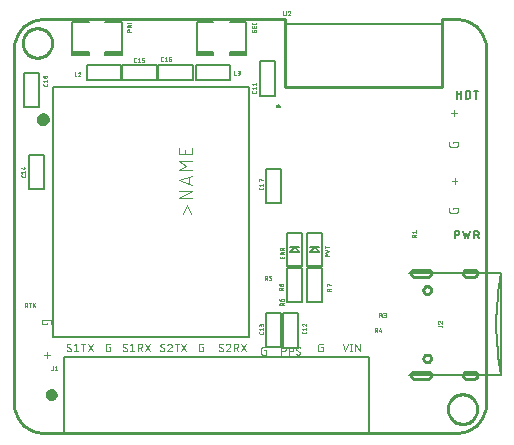
<source format=gbr>
G04 EAGLE Gerber RS-274X export*
G75*
%MOMM*%
%FSLAX34Y34*%
%LPD*%
%INSilkscreen Top*%
%IPPOS*%
%AMOC8*
5,1,8,0,0,1.08239X$1,22.5*%
G01*
%ADD10C,0.076200*%
%ADD11C,0.050800*%
%ADD12C,0.127000*%
%ADD13C,0.500000*%
%ADD14C,0.025400*%
%ADD15C,0.200000*%
%ADD16C,0.152400*%
%ADD17C,0.101600*%
%ADD18C,0.203200*%
%ADD19C,0.254000*%


D10*
X372928Y268351D02*
X372928Y273262D01*
X370473Y270806D02*
X375384Y270806D01*
X373182Y215858D02*
X373182Y210947D01*
X370727Y213402D02*
X375638Y213402D01*
X28392Y68199D02*
X28392Y63288D01*
X30847Y65744D02*
X25936Y65744D01*
X28095Y91793D02*
X28095Y93020D01*
X28095Y91793D02*
X24003Y91793D01*
X24003Y94248D01*
X24005Y94326D01*
X24010Y94404D01*
X24020Y94481D01*
X24033Y94558D01*
X24049Y94634D01*
X24069Y94709D01*
X24093Y94783D01*
X24120Y94856D01*
X24151Y94928D01*
X24185Y94998D01*
X24222Y95067D01*
X24263Y95133D01*
X24307Y95198D01*
X24353Y95260D01*
X24403Y95320D01*
X24455Y95378D01*
X24510Y95433D01*
X24568Y95485D01*
X24628Y95535D01*
X24690Y95581D01*
X24755Y95625D01*
X24822Y95666D01*
X24890Y95703D01*
X24960Y95737D01*
X25032Y95768D01*
X25105Y95795D01*
X25179Y95819D01*
X25254Y95839D01*
X25330Y95855D01*
X25407Y95868D01*
X25484Y95878D01*
X25562Y95883D01*
X25640Y95885D01*
X29732Y95885D01*
X29810Y95883D01*
X29888Y95878D01*
X29965Y95868D01*
X30042Y95855D01*
X30118Y95839D01*
X30193Y95819D01*
X30267Y95795D01*
X30340Y95768D01*
X30412Y95737D01*
X30482Y95703D01*
X30551Y95666D01*
X30617Y95625D01*
X30682Y95581D01*
X30744Y95535D01*
X30804Y95485D01*
X30862Y95433D01*
X30917Y95378D01*
X30969Y95320D01*
X31019Y95260D01*
X31065Y95198D01*
X31109Y95133D01*
X31150Y95067D01*
X31187Y94998D01*
X31221Y94928D01*
X31252Y94856D01*
X31279Y94783D01*
X31303Y94709D01*
X31323Y94634D01*
X31339Y94558D01*
X31352Y94481D01*
X31362Y94404D01*
X31367Y94326D01*
X31369Y94248D01*
X31369Y91793D01*
X371955Y245054D02*
X371955Y246281D01*
X376047Y246281D01*
X376047Y243826D01*
X376045Y243748D01*
X376040Y243670D01*
X376030Y243593D01*
X376017Y243516D01*
X376001Y243440D01*
X375981Y243365D01*
X375957Y243291D01*
X375930Y243218D01*
X375899Y243146D01*
X375865Y243076D01*
X375828Y243008D01*
X375787Y242941D01*
X375743Y242876D01*
X375697Y242814D01*
X375647Y242754D01*
X375595Y242696D01*
X375540Y242641D01*
X375482Y242589D01*
X375422Y242539D01*
X375360Y242493D01*
X375295Y242449D01*
X375229Y242408D01*
X375160Y242371D01*
X375090Y242337D01*
X375018Y242306D01*
X374945Y242279D01*
X374871Y242255D01*
X374796Y242235D01*
X374720Y242219D01*
X374643Y242206D01*
X374566Y242196D01*
X374488Y242191D01*
X374410Y242189D01*
X370318Y242189D01*
X370238Y242191D01*
X370158Y242197D01*
X370078Y242207D01*
X369999Y242220D01*
X369920Y242238D01*
X369843Y242259D01*
X369767Y242285D01*
X369692Y242314D01*
X369618Y242346D01*
X369546Y242382D01*
X369476Y242422D01*
X369409Y242465D01*
X369343Y242511D01*
X369280Y242561D01*
X369219Y242613D01*
X369160Y242668D01*
X369105Y242727D01*
X369053Y242787D01*
X369003Y242851D01*
X368957Y242916D01*
X368914Y242984D01*
X368874Y243054D01*
X368838Y243126D01*
X368806Y243200D01*
X368777Y243274D01*
X368752Y243351D01*
X368730Y243428D01*
X368712Y243507D01*
X368699Y243586D01*
X368689Y243665D01*
X368683Y243746D01*
X368681Y243826D01*
X368681Y246281D01*
X371955Y190401D02*
X371955Y189174D01*
X371955Y190401D02*
X376047Y190401D01*
X376047Y187946D01*
X376045Y187868D01*
X376040Y187790D01*
X376030Y187713D01*
X376017Y187636D01*
X376001Y187560D01*
X375981Y187485D01*
X375957Y187411D01*
X375930Y187338D01*
X375899Y187266D01*
X375865Y187196D01*
X375828Y187128D01*
X375787Y187061D01*
X375743Y186996D01*
X375697Y186934D01*
X375647Y186874D01*
X375595Y186816D01*
X375540Y186761D01*
X375482Y186709D01*
X375422Y186659D01*
X375360Y186613D01*
X375295Y186569D01*
X375229Y186528D01*
X375160Y186491D01*
X375090Y186457D01*
X375018Y186426D01*
X374945Y186399D01*
X374871Y186375D01*
X374796Y186355D01*
X374720Y186339D01*
X374643Y186326D01*
X374566Y186316D01*
X374488Y186311D01*
X374410Y186309D01*
X370318Y186309D01*
X370238Y186311D01*
X370158Y186317D01*
X370078Y186327D01*
X369999Y186340D01*
X369920Y186358D01*
X369843Y186379D01*
X369767Y186405D01*
X369692Y186434D01*
X369618Y186466D01*
X369546Y186502D01*
X369476Y186542D01*
X369409Y186585D01*
X369343Y186631D01*
X369280Y186681D01*
X369219Y186733D01*
X369160Y186788D01*
X369105Y186847D01*
X369053Y186907D01*
X369003Y186971D01*
X368957Y187036D01*
X368914Y187104D01*
X368874Y187174D01*
X368838Y187246D01*
X368806Y187320D01*
X368777Y187394D01*
X368752Y187471D01*
X368730Y187548D01*
X368712Y187627D01*
X368699Y187706D01*
X368689Y187785D01*
X368683Y187866D01*
X368681Y187946D01*
X368681Y190401D01*
D11*
X278384Y75438D02*
X280585Y68834D01*
X282787Y75438D01*
X285706Y75438D02*
X285706Y68834D01*
X284972Y68834D02*
X286440Y68834D01*
X286440Y75438D02*
X284972Y75438D01*
X289206Y75438D02*
X289206Y68834D01*
X292874Y68834D02*
X289206Y75438D01*
X292874Y75438D02*
X292874Y68834D01*
X261479Y72503D02*
X260378Y72503D01*
X261479Y72503D02*
X261479Y68834D01*
X259278Y68834D01*
X259204Y68836D01*
X259129Y68842D01*
X259056Y68851D01*
X258982Y68864D01*
X258910Y68881D01*
X258839Y68901D01*
X258768Y68925D01*
X258699Y68953D01*
X258632Y68984D01*
X258566Y69018D01*
X258501Y69056D01*
X258439Y69097D01*
X258379Y69141D01*
X258322Y69188D01*
X258267Y69238D01*
X258214Y69291D01*
X258164Y69346D01*
X258117Y69403D01*
X258073Y69463D01*
X258032Y69525D01*
X257994Y69590D01*
X257960Y69656D01*
X257929Y69723D01*
X257901Y69792D01*
X257877Y69863D01*
X257857Y69934D01*
X257840Y70006D01*
X257827Y70080D01*
X257818Y70153D01*
X257812Y70228D01*
X257810Y70302D01*
X257810Y73970D01*
X257812Y74044D01*
X257818Y74119D01*
X257827Y74192D01*
X257840Y74266D01*
X257857Y74338D01*
X257877Y74409D01*
X257901Y74480D01*
X257929Y74549D01*
X257960Y74616D01*
X257994Y74682D01*
X258032Y74747D01*
X258073Y74809D01*
X258117Y74869D01*
X258164Y74926D01*
X258214Y74981D01*
X258267Y75034D01*
X258322Y75084D01*
X258379Y75131D01*
X258439Y75175D01*
X258501Y75216D01*
X258566Y75254D01*
X258631Y75288D01*
X258699Y75319D01*
X258768Y75347D01*
X258839Y75371D01*
X258910Y75391D01*
X258982Y75408D01*
X259056Y75421D01*
X259129Y75430D01*
X259204Y75436D01*
X259278Y75438D01*
X261479Y75438D01*
X226568Y72644D02*
X226568Y66040D01*
X226568Y72644D02*
X228402Y72644D01*
X228487Y72642D01*
X228571Y72636D01*
X228655Y72626D01*
X228739Y72613D01*
X228822Y72595D01*
X228904Y72574D01*
X228985Y72549D01*
X229065Y72520D01*
X229143Y72488D01*
X229219Y72452D01*
X229294Y72412D01*
X229367Y72369D01*
X229438Y72323D01*
X229507Y72274D01*
X229574Y72221D01*
X229638Y72165D01*
X229699Y72107D01*
X229757Y72046D01*
X229813Y71982D01*
X229866Y71915D01*
X229915Y71846D01*
X229961Y71775D01*
X230004Y71702D01*
X230044Y71627D01*
X230080Y71551D01*
X230112Y71473D01*
X230141Y71393D01*
X230166Y71312D01*
X230187Y71230D01*
X230205Y71147D01*
X230218Y71063D01*
X230228Y70979D01*
X230234Y70895D01*
X230236Y70810D01*
X230234Y70725D01*
X230228Y70641D01*
X230218Y70557D01*
X230205Y70473D01*
X230187Y70390D01*
X230166Y70308D01*
X230141Y70227D01*
X230112Y70147D01*
X230080Y70069D01*
X230044Y69993D01*
X230004Y69918D01*
X229961Y69845D01*
X229915Y69774D01*
X229866Y69705D01*
X229813Y69638D01*
X229757Y69574D01*
X229699Y69513D01*
X229638Y69455D01*
X229574Y69399D01*
X229507Y69346D01*
X229438Y69297D01*
X229367Y69251D01*
X229294Y69208D01*
X229219Y69168D01*
X229143Y69132D01*
X229065Y69100D01*
X228985Y69071D01*
X228904Y69046D01*
X228822Y69025D01*
X228739Y69007D01*
X228655Y68994D01*
X228571Y68984D01*
X228487Y68978D01*
X228402Y68976D01*
X228402Y68975D02*
X226568Y68975D01*
X232969Y66040D02*
X232969Y72644D01*
X234803Y72644D01*
X234888Y72642D01*
X234972Y72636D01*
X235056Y72626D01*
X235140Y72613D01*
X235223Y72595D01*
X235305Y72574D01*
X235386Y72549D01*
X235466Y72520D01*
X235544Y72488D01*
X235620Y72452D01*
X235695Y72412D01*
X235768Y72369D01*
X235839Y72323D01*
X235908Y72274D01*
X235975Y72221D01*
X236039Y72165D01*
X236100Y72107D01*
X236158Y72046D01*
X236214Y71982D01*
X236267Y71915D01*
X236316Y71846D01*
X236362Y71775D01*
X236405Y71702D01*
X236445Y71627D01*
X236481Y71551D01*
X236513Y71473D01*
X236542Y71393D01*
X236567Y71312D01*
X236588Y71230D01*
X236606Y71147D01*
X236619Y71063D01*
X236629Y70979D01*
X236635Y70895D01*
X236637Y70810D01*
X236635Y70725D01*
X236629Y70641D01*
X236619Y70557D01*
X236606Y70473D01*
X236588Y70390D01*
X236567Y70308D01*
X236542Y70227D01*
X236513Y70147D01*
X236481Y70069D01*
X236445Y69993D01*
X236405Y69918D01*
X236362Y69845D01*
X236316Y69774D01*
X236267Y69705D01*
X236214Y69638D01*
X236158Y69574D01*
X236100Y69513D01*
X236039Y69455D01*
X235975Y69399D01*
X235908Y69346D01*
X235839Y69297D01*
X235768Y69251D01*
X235695Y69208D01*
X235620Y69168D01*
X235544Y69132D01*
X235466Y69100D01*
X235386Y69071D01*
X235305Y69046D01*
X235223Y69025D01*
X235140Y69007D01*
X235056Y68994D01*
X234972Y68984D01*
X234888Y68978D01*
X234803Y68976D01*
X234803Y68975D02*
X232969Y68975D01*
X241054Y66040D02*
X241128Y66042D01*
X241202Y66048D01*
X241276Y66057D01*
X241349Y66070D01*
X241422Y66087D01*
X241493Y66107D01*
X241564Y66131D01*
X241633Y66159D01*
X241700Y66190D01*
X241766Y66224D01*
X241831Y66262D01*
X241893Y66303D01*
X241953Y66347D01*
X242010Y66394D01*
X242065Y66444D01*
X242118Y66497D01*
X242168Y66552D01*
X242215Y66609D01*
X242259Y66669D01*
X242300Y66731D01*
X242338Y66796D01*
X242372Y66861D01*
X242403Y66929D01*
X242431Y66998D01*
X242455Y67069D01*
X242475Y67140D01*
X242492Y67212D01*
X242505Y67286D01*
X242514Y67359D01*
X242520Y67434D01*
X242522Y67508D01*
X241054Y66040D02*
X240943Y66042D01*
X240832Y66048D01*
X240721Y66058D01*
X240610Y66072D01*
X240501Y66090D01*
X240392Y66112D01*
X240283Y66137D01*
X240176Y66167D01*
X240070Y66200D01*
X239965Y66238D01*
X239862Y66278D01*
X239760Y66323D01*
X239660Y66371D01*
X239561Y66423D01*
X239465Y66478D01*
X239370Y66537D01*
X239278Y66599D01*
X239188Y66665D01*
X239100Y66733D01*
X239015Y66805D01*
X238933Y66880D01*
X238853Y66957D01*
X239036Y71176D02*
X239038Y71250D01*
X239044Y71325D01*
X239053Y71398D01*
X239066Y71472D01*
X239083Y71544D01*
X239103Y71615D01*
X239127Y71686D01*
X239155Y71755D01*
X239186Y71822D01*
X239220Y71888D01*
X239258Y71953D01*
X239299Y72015D01*
X239343Y72075D01*
X239390Y72132D01*
X239440Y72187D01*
X239493Y72240D01*
X239548Y72290D01*
X239605Y72337D01*
X239665Y72381D01*
X239727Y72422D01*
X239792Y72460D01*
X239858Y72494D01*
X239925Y72525D01*
X239994Y72553D01*
X240065Y72577D01*
X240136Y72597D01*
X240208Y72614D01*
X240282Y72627D01*
X240355Y72636D01*
X240430Y72642D01*
X240504Y72644D01*
X240608Y72642D01*
X240712Y72636D01*
X240816Y72626D01*
X240919Y72613D01*
X241022Y72595D01*
X241124Y72573D01*
X241225Y72548D01*
X241325Y72519D01*
X241424Y72486D01*
X241521Y72449D01*
X241617Y72409D01*
X241712Y72365D01*
X241804Y72317D01*
X241895Y72267D01*
X241984Y72212D01*
X242071Y72155D01*
X242155Y72094D01*
X239770Y69891D02*
X239707Y69930D01*
X239647Y69972D01*
X239589Y70017D01*
X239532Y70065D01*
X239479Y70116D01*
X239428Y70169D01*
X239379Y70224D01*
X239334Y70282D01*
X239291Y70342D01*
X239251Y70404D01*
X239215Y70468D01*
X239181Y70534D01*
X239151Y70602D01*
X239124Y70670D01*
X239101Y70740D01*
X239081Y70811D01*
X239065Y70883D01*
X239052Y70956D01*
X239043Y71029D01*
X239038Y71102D01*
X239036Y71176D01*
X241788Y68793D02*
X241851Y68754D01*
X241911Y68712D01*
X241970Y68667D01*
X242026Y68619D01*
X242079Y68568D01*
X242130Y68515D01*
X242179Y68460D01*
X242224Y68402D01*
X242267Y68342D01*
X242307Y68280D01*
X242343Y68216D01*
X242377Y68150D01*
X242407Y68082D01*
X242434Y68014D01*
X242457Y67944D01*
X242477Y67873D01*
X242493Y67801D01*
X242506Y67728D01*
X242515Y67655D01*
X242520Y67582D01*
X242522Y67508D01*
X241788Y68792D02*
X239770Y69892D01*
X213219Y69709D02*
X212118Y69709D01*
X213219Y69709D02*
X213219Y66040D01*
X211018Y66040D01*
X210944Y66042D01*
X210869Y66048D01*
X210796Y66057D01*
X210722Y66070D01*
X210650Y66087D01*
X210579Y66107D01*
X210508Y66131D01*
X210439Y66159D01*
X210372Y66190D01*
X210306Y66224D01*
X210241Y66262D01*
X210179Y66303D01*
X210119Y66347D01*
X210062Y66394D01*
X210007Y66444D01*
X209954Y66497D01*
X209904Y66552D01*
X209857Y66609D01*
X209813Y66669D01*
X209772Y66731D01*
X209734Y66796D01*
X209700Y66862D01*
X209669Y66929D01*
X209641Y66998D01*
X209617Y67069D01*
X209597Y67140D01*
X209580Y67212D01*
X209567Y67286D01*
X209558Y67359D01*
X209552Y67434D01*
X209550Y67508D01*
X209550Y71176D01*
X209552Y71250D01*
X209558Y71325D01*
X209567Y71398D01*
X209580Y71472D01*
X209597Y71544D01*
X209617Y71615D01*
X209641Y71686D01*
X209669Y71755D01*
X209700Y71822D01*
X209734Y71888D01*
X209772Y71953D01*
X209813Y72015D01*
X209857Y72075D01*
X209904Y72132D01*
X209954Y72187D01*
X210007Y72240D01*
X210062Y72290D01*
X210119Y72337D01*
X210179Y72381D01*
X210241Y72422D01*
X210306Y72460D01*
X210371Y72494D01*
X210439Y72525D01*
X210508Y72553D01*
X210579Y72577D01*
X210650Y72597D01*
X210722Y72614D01*
X210796Y72627D01*
X210869Y72636D01*
X210944Y72642D01*
X211018Y72644D01*
X213219Y72644D01*
X177151Y70302D02*
X177149Y70228D01*
X177143Y70153D01*
X177134Y70080D01*
X177121Y70006D01*
X177104Y69934D01*
X177084Y69863D01*
X177060Y69792D01*
X177032Y69723D01*
X177001Y69655D01*
X176967Y69590D01*
X176929Y69525D01*
X176888Y69463D01*
X176844Y69403D01*
X176797Y69346D01*
X176747Y69291D01*
X176694Y69238D01*
X176639Y69188D01*
X176582Y69141D01*
X176522Y69097D01*
X176460Y69056D01*
X176395Y69018D01*
X176329Y68984D01*
X176262Y68953D01*
X176193Y68925D01*
X176122Y68901D01*
X176051Y68881D01*
X175978Y68864D01*
X175905Y68851D01*
X175831Y68842D01*
X175757Y68836D01*
X175683Y68834D01*
X175572Y68836D01*
X175461Y68842D01*
X175350Y68852D01*
X175239Y68866D01*
X175130Y68884D01*
X175021Y68906D01*
X174912Y68931D01*
X174805Y68961D01*
X174699Y68994D01*
X174594Y69032D01*
X174491Y69072D01*
X174389Y69117D01*
X174289Y69165D01*
X174190Y69217D01*
X174094Y69272D01*
X173999Y69331D01*
X173907Y69393D01*
X173817Y69459D01*
X173729Y69527D01*
X173644Y69599D01*
X173562Y69674D01*
X173482Y69751D01*
X173665Y73970D02*
X173667Y74044D01*
X173673Y74119D01*
X173682Y74192D01*
X173695Y74266D01*
X173712Y74338D01*
X173732Y74409D01*
X173756Y74480D01*
X173784Y74549D01*
X173815Y74616D01*
X173849Y74682D01*
X173887Y74747D01*
X173928Y74809D01*
X173972Y74869D01*
X174019Y74926D01*
X174069Y74981D01*
X174122Y75034D01*
X174177Y75084D01*
X174234Y75131D01*
X174294Y75175D01*
X174356Y75216D01*
X174421Y75254D01*
X174487Y75288D01*
X174554Y75319D01*
X174623Y75347D01*
X174694Y75371D01*
X174765Y75391D01*
X174837Y75408D01*
X174911Y75421D01*
X174984Y75430D01*
X175059Y75436D01*
X175133Y75438D01*
X175237Y75436D01*
X175341Y75430D01*
X175445Y75420D01*
X175548Y75407D01*
X175651Y75389D01*
X175753Y75367D01*
X175854Y75342D01*
X175954Y75313D01*
X176053Y75280D01*
X176150Y75243D01*
X176246Y75203D01*
X176341Y75159D01*
X176433Y75111D01*
X176524Y75061D01*
X176613Y75006D01*
X176700Y74949D01*
X176784Y74888D01*
X174399Y72685D02*
X174336Y72724D01*
X174276Y72766D01*
X174218Y72811D01*
X174161Y72859D01*
X174108Y72910D01*
X174057Y72963D01*
X174008Y73018D01*
X173963Y73076D01*
X173920Y73136D01*
X173880Y73198D01*
X173844Y73262D01*
X173810Y73328D01*
X173780Y73396D01*
X173753Y73464D01*
X173730Y73534D01*
X173710Y73605D01*
X173694Y73677D01*
X173681Y73750D01*
X173672Y73823D01*
X173667Y73896D01*
X173665Y73970D01*
X176417Y71587D02*
X176480Y71548D01*
X176540Y71506D01*
X176599Y71461D01*
X176655Y71413D01*
X176708Y71362D01*
X176759Y71309D01*
X176808Y71254D01*
X176853Y71196D01*
X176896Y71136D01*
X176936Y71074D01*
X176972Y71010D01*
X177006Y70944D01*
X177036Y70876D01*
X177063Y70808D01*
X177086Y70738D01*
X177106Y70667D01*
X177122Y70595D01*
X177135Y70522D01*
X177144Y70449D01*
X177149Y70376D01*
X177151Y70302D01*
X176417Y71586D02*
X174399Y72686D01*
X181687Y75438D02*
X181766Y75436D01*
X181844Y75431D01*
X181922Y75421D01*
X181999Y75408D01*
X182076Y75391D01*
X182152Y75371D01*
X182227Y75347D01*
X182301Y75320D01*
X182373Y75289D01*
X182444Y75254D01*
X182513Y75217D01*
X182580Y75176D01*
X182645Y75132D01*
X182708Y75085D01*
X182768Y75035D01*
X182826Y74982D01*
X182882Y74926D01*
X182935Y74868D01*
X182985Y74808D01*
X183032Y74745D01*
X183076Y74680D01*
X183117Y74613D01*
X183154Y74544D01*
X183189Y74473D01*
X183220Y74401D01*
X183247Y74327D01*
X183271Y74252D01*
X183291Y74176D01*
X183308Y74099D01*
X183321Y74022D01*
X183331Y73944D01*
X183336Y73866D01*
X183338Y73787D01*
X181687Y75438D02*
X181598Y75436D01*
X181509Y75431D01*
X181421Y75421D01*
X181333Y75408D01*
X181246Y75392D01*
X181159Y75371D01*
X181074Y75347D01*
X180989Y75320D01*
X180906Y75289D01*
X180824Y75254D01*
X180743Y75216D01*
X180664Y75175D01*
X180588Y75131D01*
X180512Y75083D01*
X180439Y75032D01*
X180369Y74979D01*
X180300Y74922D01*
X180234Y74862D01*
X180171Y74800D01*
X180110Y74735D01*
X180052Y74668D01*
X179997Y74598D01*
X179944Y74526D01*
X179895Y74452D01*
X179849Y74376D01*
X179807Y74298D01*
X179767Y74218D01*
X179731Y74137D01*
X179698Y74054D01*
X179669Y73970D01*
X182788Y72503D02*
X182844Y72559D01*
X182898Y72618D01*
X182949Y72679D01*
X182998Y72743D01*
X183043Y72808D01*
X183086Y72876D01*
X183125Y72945D01*
X183162Y73016D01*
X183195Y73089D01*
X183224Y73163D01*
X183251Y73238D01*
X183274Y73314D01*
X183293Y73392D01*
X183309Y73470D01*
X183322Y73548D01*
X183331Y73628D01*
X183336Y73707D01*
X183338Y73787D01*
X182788Y72503D02*
X179669Y68834D01*
X183338Y68834D01*
X186323Y68834D02*
X186323Y75438D01*
X188157Y75438D01*
X188242Y75436D01*
X188326Y75430D01*
X188410Y75420D01*
X188494Y75407D01*
X188577Y75389D01*
X188659Y75368D01*
X188740Y75343D01*
X188820Y75314D01*
X188898Y75282D01*
X188974Y75246D01*
X189049Y75206D01*
X189122Y75163D01*
X189193Y75117D01*
X189262Y75068D01*
X189329Y75015D01*
X189393Y74959D01*
X189454Y74901D01*
X189512Y74840D01*
X189568Y74776D01*
X189621Y74709D01*
X189670Y74640D01*
X189716Y74569D01*
X189759Y74496D01*
X189799Y74421D01*
X189835Y74345D01*
X189867Y74267D01*
X189896Y74187D01*
X189921Y74106D01*
X189942Y74024D01*
X189960Y73941D01*
X189973Y73857D01*
X189983Y73773D01*
X189989Y73689D01*
X189991Y73604D01*
X189989Y73519D01*
X189983Y73435D01*
X189973Y73351D01*
X189960Y73267D01*
X189942Y73184D01*
X189921Y73102D01*
X189896Y73021D01*
X189867Y72941D01*
X189835Y72863D01*
X189799Y72787D01*
X189759Y72712D01*
X189716Y72639D01*
X189670Y72568D01*
X189621Y72499D01*
X189568Y72432D01*
X189512Y72368D01*
X189454Y72307D01*
X189393Y72249D01*
X189329Y72193D01*
X189262Y72140D01*
X189193Y72091D01*
X189122Y72045D01*
X189049Y72002D01*
X188974Y71962D01*
X188898Y71926D01*
X188820Y71894D01*
X188740Y71865D01*
X188659Y71840D01*
X188577Y71819D01*
X188494Y71801D01*
X188410Y71788D01*
X188326Y71778D01*
X188242Y71772D01*
X188157Y71770D01*
X188157Y71769D02*
X186323Y71769D01*
X188524Y71769D02*
X189991Y68834D01*
X192317Y68834D02*
X196720Y75438D01*
X192317Y75438D02*
X196720Y68834D01*
X160387Y72503D02*
X159286Y72503D01*
X160387Y72503D02*
X160387Y68834D01*
X158186Y68834D01*
X158112Y68836D01*
X158037Y68842D01*
X157964Y68851D01*
X157890Y68864D01*
X157818Y68881D01*
X157747Y68901D01*
X157676Y68925D01*
X157607Y68953D01*
X157540Y68984D01*
X157474Y69018D01*
X157409Y69056D01*
X157347Y69097D01*
X157287Y69141D01*
X157230Y69188D01*
X157175Y69238D01*
X157122Y69291D01*
X157072Y69346D01*
X157025Y69403D01*
X156981Y69463D01*
X156940Y69525D01*
X156902Y69590D01*
X156868Y69656D01*
X156837Y69723D01*
X156809Y69792D01*
X156785Y69863D01*
X156765Y69934D01*
X156748Y70006D01*
X156735Y70080D01*
X156726Y70153D01*
X156720Y70228D01*
X156718Y70302D01*
X156718Y73970D01*
X156720Y74044D01*
X156726Y74119D01*
X156735Y74192D01*
X156748Y74266D01*
X156765Y74338D01*
X156785Y74409D01*
X156809Y74480D01*
X156837Y74549D01*
X156868Y74616D01*
X156902Y74682D01*
X156940Y74747D01*
X156981Y74809D01*
X157025Y74869D01*
X157072Y74926D01*
X157122Y74981D01*
X157175Y75034D01*
X157230Y75084D01*
X157287Y75131D01*
X157347Y75175D01*
X157409Y75216D01*
X157474Y75254D01*
X157539Y75288D01*
X157607Y75319D01*
X157676Y75347D01*
X157747Y75371D01*
X157818Y75391D01*
X157890Y75408D01*
X157964Y75421D01*
X158037Y75430D01*
X158112Y75436D01*
X158186Y75438D01*
X160387Y75438D01*
X127621Y70302D02*
X127619Y70228D01*
X127613Y70153D01*
X127604Y70080D01*
X127591Y70006D01*
X127574Y69934D01*
X127554Y69863D01*
X127530Y69792D01*
X127502Y69723D01*
X127471Y69655D01*
X127437Y69590D01*
X127399Y69525D01*
X127358Y69463D01*
X127314Y69403D01*
X127267Y69346D01*
X127217Y69291D01*
X127164Y69238D01*
X127109Y69188D01*
X127052Y69141D01*
X126992Y69097D01*
X126930Y69056D01*
X126865Y69018D01*
X126799Y68984D01*
X126732Y68953D01*
X126663Y68925D01*
X126592Y68901D01*
X126521Y68881D01*
X126448Y68864D01*
X126375Y68851D01*
X126301Y68842D01*
X126227Y68836D01*
X126153Y68834D01*
X126042Y68836D01*
X125931Y68842D01*
X125820Y68852D01*
X125709Y68866D01*
X125600Y68884D01*
X125491Y68906D01*
X125382Y68931D01*
X125275Y68961D01*
X125169Y68994D01*
X125064Y69032D01*
X124961Y69072D01*
X124859Y69117D01*
X124759Y69165D01*
X124660Y69217D01*
X124564Y69272D01*
X124469Y69331D01*
X124377Y69393D01*
X124287Y69459D01*
X124199Y69527D01*
X124114Y69599D01*
X124032Y69674D01*
X123952Y69751D01*
X124135Y73970D02*
X124137Y74044D01*
X124143Y74119D01*
X124152Y74192D01*
X124165Y74266D01*
X124182Y74338D01*
X124202Y74409D01*
X124226Y74480D01*
X124254Y74549D01*
X124285Y74616D01*
X124319Y74682D01*
X124357Y74747D01*
X124398Y74809D01*
X124442Y74869D01*
X124489Y74926D01*
X124539Y74981D01*
X124592Y75034D01*
X124647Y75084D01*
X124704Y75131D01*
X124764Y75175D01*
X124826Y75216D01*
X124891Y75254D01*
X124957Y75288D01*
X125024Y75319D01*
X125093Y75347D01*
X125164Y75371D01*
X125235Y75391D01*
X125307Y75408D01*
X125381Y75421D01*
X125454Y75430D01*
X125529Y75436D01*
X125603Y75438D01*
X125707Y75436D01*
X125811Y75430D01*
X125915Y75420D01*
X126018Y75407D01*
X126121Y75389D01*
X126223Y75367D01*
X126324Y75342D01*
X126424Y75313D01*
X126523Y75280D01*
X126620Y75243D01*
X126716Y75203D01*
X126811Y75159D01*
X126903Y75111D01*
X126994Y75061D01*
X127083Y75006D01*
X127170Y74949D01*
X127254Y74888D01*
X124869Y72685D02*
X124806Y72724D01*
X124746Y72766D01*
X124688Y72811D01*
X124631Y72859D01*
X124578Y72910D01*
X124527Y72963D01*
X124478Y73018D01*
X124433Y73076D01*
X124390Y73136D01*
X124350Y73198D01*
X124314Y73262D01*
X124280Y73328D01*
X124250Y73396D01*
X124223Y73464D01*
X124200Y73534D01*
X124180Y73605D01*
X124164Y73677D01*
X124151Y73750D01*
X124142Y73823D01*
X124137Y73896D01*
X124135Y73970D01*
X126887Y71587D02*
X126950Y71548D01*
X127010Y71506D01*
X127069Y71461D01*
X127125Y71413D01*
X127178Y71362D01*
X127229Y71309D01*
X127278Y71254D01*
X127323Y71196D01*
X127366Y71136D01*
X127406Y71074D01*
X127442Y71010D01*
X127476Y70944D01*
X127506Y70876D01*
X127533Y70808D01*
X127556Y70738D01*
X127576Y70667D01*
X127592Y70595D01*
X127605Y70522D01*
X127614Y70449D01*
X127619Y70376D01*
X127621Y70302D01*
X126887Y71586D02*
X124869Y72686D01*
X132157Y75438D02*
X132236Y75436D01*
X132314Y75431D01*
X132392Y75421D01*
X132469Y75408D01*
X132546Y75391D01*
X132622Y75371D01*
X132697Y75347D01*
X132771Y75320D01*
X132843Y75289D01*
X132914Y75254D01*
X132983Y75217D01*
X133050Y75176D01*
X133115Y75132D01*
X133178Y75085D01*
X133238Y75035D01*
X133296Y74982D01*
X133352Y74926D01*
X133405Y74868D01*
X133455Y74808D01*
X133502Y74745D01*
X133546Y74680D01*
X133587Y74613D01*
X133624Y74544D01*
X133659Y74473D01*
X133690Y74401D01*
X133717Y74327D01*
X133741Y74252D01*
X133761Y74176D01*
X133778Y74099D01*
X133791Y74022D01*
X133801Y73944D01*
X133806Y73866D01*
X133808Y73787D01*
X132157Y75438D02*
X132068Y75436D01*
X131979Y75431D01*
X131891Y75421D01*
X131803Y75408D01*
X131716Y75392D01*
X131629Y75371D01*
X131544Y75347D01*
X131459Y75320D01*
X131376Y75289D01*
X131294Y75254D01*
X131213Y75216D01*
X131134Y75175D01*
X131058Y75131D01*
X130982Y75083D01*
X130909Y75032D01*
X130839Y74979D01*
X130770Y74922D01*
X130704Y74862D01*
X130641Y74800D01*
X130580Y74735D01*
X130522Y74668D01*
X130467Y74598D01*
X130414Y74526D01*
X130365Y74452D01*
X130319Y74376D01*
X130277Y74298D01*
X130237Y74218D01*
X130201Y74137D01*
X130168Y74054D01*
X130139Y73970D01*
X133258Y72503D02*
X133314Y72559D01*
X133368Y72618D01*
X133419Y72679D01*
X133468Y72743D01*
X133513Y72808D01*
X133556Y72876D01*
X133595Y72945D01*
X133632Y73016D01*
X133665Y73089D01*
X133694Y73163D01*
X133721Y73238D01*
X133744Y73314D01*
X133763Y73392D01*
X133779Y73470D01*
X133792Y73548D01*
X133801Y73628D01*
X133806Y73707D01*
X133808Y73787D01*
X133258Y72503D02*
X130139Y68834D01*
X133808Y68834D01*
X137948Y68834D02*
X137948Y75438D01*
X139782Y75438D02*
X136113Y75438D01*
X141721Y68834D02*
X146123Y75438D01*
X141721Y75438D02*
X146123Y68834D01*
X95871Y70302D02*
X95869Y70228D01*
X95863Y70153D01*
X95854Y70080D01*
X95841Y70006D01*
X95824Y69934D01*
X95804Y69863D01*
X95780Y69792D01*
X95752Y69723D01*
X95721Y69655D01*
X95687Y69590D01*
X95649Y69525D01*
X95608Y69463D01*
X95564Y69403D01*
X95517Y69346D01*
X95467Y69291D01*
X95414Y69238D01*
X95359Y69188D01*
X95302Y69141D01*
X95242Y69097D01*
X95180Y69056D01*
X95115Y69018D01*
X95049Y68984D01*
X94982Y68953D01*
X94913Y68925D01*
X94842Y68901D01*
X94771Y68881D01*
X94698Y68864D01*
X94625Y68851D01*
X94551Y68842D01*
X94477Y68836D01*
X94403Y68834D01*
X94292Y68836D01*
X94181Y68842D01*
X94070Y68852D01*
X93959Y68866D01*
X93850Y68884D01*
X93741Y68906D01*
X93632Y68931D01*
X93525Y68961D01*
X93419Y68994D01*
X93314Y69032D01*
X93211Y69072D01*
X93109Y69117D01*
X93009Y69165D01*
X92910Y69217D01*
X92814Y69272D01*
X92719Y69331D01*
X92627Y69393D01*
X92537Y69459D01*
X92449Y69527D01*
X92364Y69599D01*
X92282Y69674D01*
X92202Y69751D01*
X92385Y73970D02*
X92387Y74044D01*
X92393Y74119D01*
X92402Y74192D01*
X92415Y74266D01*
X92432Y74338D01*
X92452Y74409D01*
X92476Y74480D01*
X92504Y74549D01*
X92535Y74616D01*
X92569Y74682D01*
X92607Y74747D01*
X92648Y74809D01*
X92692Y74869D01*
X92739Y74926D01*
X92789Y74981D01*
X92842Y75034D01*
X92897Y75084D01*
X92954Y75131D01*
X93014Y75175D01*
X93076Y75216D01*
X93141Y75254D01*
X93207Y75288D01*
X93274Y75319D01*
X93343Y75347D01*
X93414Y75371D01*
X93485Y75391D01*
X93557Y75408D01*
X93631Y75421D01*
X93704Y75430D01*
X93779Y75436D01*
X93853Y75438D01*
X93957Y75436D01*
X94061Y75430D01*
X94165Y75420D01*
X94268Y75407D01*
X94371Y75389D01*
X94473Y75367D01*
X94574Y75342D01*
X94674Y75313D01*
X94773Y75280D01*
X94870Y75243D01*
X94966Y75203D01*
X95061Y75159D01*
X95153Y75111D01*
X95244Y75061D01*
X95333Y75006D01*
X95420Y74949D01*
X95504Y74888D01*
X93119Y72685D02*
X93056Y72724D01*
X92996Y72766D01*
X92938Y72811D01*
X92881Y72859D01*
X92828Y72910D01*
X92777Y72963D01*
X92728Y73018D01*
X92683Y73076D01*
X92640Y73136D01*
X92600Y73198D01*
X92564Y73262D01*
X92530Y73328D01*
X92500Y73396D01*
X92473Y73464D01*
X92450Y73534D01*
X92430Y73605D01*
X92414Y73677D01*
X92401Y73750D01*
X92392Y73823D01*
X92387Y73896D01*
X92385Y73970D01*
X95137Y71587D02*
X95200Y71548D01*
X95260Y71506D01*
X95319Y71461D01*
X95375Y71413D01*
X95428Y71362D01*
X95479Y71309D01*
X95528Y71254D01*
X95573Y71196D01*
X95616Y71136D01*
X95656Y71074D01*
X95692Y71010D01*
X95726Y70944D01*
X95756Y70876D01*
X95783Y70808D01*
X95806Y70738D01*
X95826Y70667D01*
X95842Y70595D01*
X95855Y70522D01*
X95864Y70449D01*
X95869Y70376D01*
X95871Y70302D01*
X95137Y71586D02*
X93119Y72686D01*
X98389Y73970D02*
X100224Y75438D01*
X100224Y68834D01*
X102058Y68834D02*
X98389Y68834D01*
X105043Y68834D02*
X105043Y75438D01*
X106877Y75438D01*
X106962Y75436D01*
X107046Y75430D01*
X107130Y75420D01*
X107214Y75407D01*
X107297Y75389D01*
X107379Y75368D01*
X107460Y75343D01*
X107540Y75314D01*
X107618Y75282D01*
X107694Y75246D01*
X107769Y75206D01*
X107842Y75163D01*
X107913Y75117D01*
X107982Y75068D01*
X108049Y75015D01*
X108113Y74959D01*
X108174Y74901D01*
X108232Y74840D01*
X108288Y74776D01*
X108341Y74709D01*
X108390Y74640D01*
X108436Y74569D01*
X108479Y74496D01*
X108519Y74421D01*
X108555Y74345D01*
X108587Y74267D01*
X108616Y74187D01*
X108641Y74106D01*
X108662Y74024D01*
X108680Y73941D01*
X108693Y73857D01*
X108703Y73773D01*
X108709Y73689D01*
X108711Y73604D01*
X108709Y73519D01*
X108703Y73435D01*
X108693Y73351D01*
X108680Y73267D01*
X108662Y73184D01*
X108641Y73102D01*
X108616Y73021D01*
X108587Y72941D01*
X108555Y72863D01*
X108519Y72787D01*
X108479Y72712D01*
X108436Y72639D01*
X108390Y72568D01*
X108341Y72499D01*
X108288Y72432D01*
X108232Y72368D01*
X108174Y72307D01*
X108113Y72249D01*
X108049Y72193D01*
X107982Y72140D01*
X107913Y72091D01*
X107842Y72045D01*
X107769Y72002D01*
X107694Y71962D01*
X107618Y71926D01*
X107540Y71894D01*
X107460Y71865D01*
X107379Y71840D01*
X107297Y71819D01*
X107214Y71801D01*
X107130Y71788D01*
X107046Y71778D01*
X106962Y71772D01*
X106877Y71770D01*
X106877Y71769D02*
X105043Y71769D01*
X107244Y71769D02*
X108711Y68834D01*
X111037Y68834D02*
X115440Y75438D01*
X111037Y75438D02*
X115440Y68834D01*
X81901Y72503D02*
X80800Y72503D01*
X81901Y72503D02*
X81901Y68834D01*
X79700Y68834D01*
X79626Y68836D01*
X79551Y68842D01*
X79478Y68851D01*
X79404Y68864D01*
X79332Y68881D01*
X79261Y68901D01*
X79190Y68925D01*
X79121Y68953D01*
X79054Y68984D01*
X78988Y69018D01*
X78923Y69056D01*
X78861Y69097D01*
X78801Y69141D01*
X78744Y69188D01*
X78689Y69238D01*
X78636Y69291D01*
X78586Y69346D01*
X78539Y69403D01*
X78495Y69463D01*
X78454Y69525D01*
X78416Y69590D01*
X78382Y69656D01*
X78351Y69723D01*
X78323Y69792D01*
X78299Y69863D01*
X78279Y69934D01*
X78262Y70006D01*
X78249Y70080D01*
X78240Y70153D01*
X78234Y70228D01*
X78232Y70302D01*
X78232Y73970D01*
X78234Y74044D01*
X78240Y74119D01*
X78249Y74192D01*
X78262Y74266D01*
X78279Y74338D01*
X78299Y74409D01*
X78323Y74480D01*
X78351Y74549D01*
X78382Y74616D01*
X78416Y74682D01*
X78454Y74747D01*
X78495Y74809D01*
X78539Y74869D01*
X78586Y74926D01*
X78636Y74981D01*
X78689Y75034D01*
X78744Y75084D01*
X78801Y75131D01*
X78861Y75175D01*
X78923Y75216D01*
X78988Y75254D01*
X79053Y75288D01*
X79121Y75319D01*
X79190Y75347D01*
X79261Y75371D01*
X79332Y75391D01*
X79404Y75408D01*
X79478Y75421D01*
X79551Y75430D01*
X79626Y75436D01*
X79700Y75438D01*
X81901Y75438D01*
X48373Y70302D02*
X48371Y70228D01*
X48365Y70153D01*
X48356Y70080D01*
X48343Y70006D01*
X48326Y69934D01*
X48306Y69863D01*
X48282Y69792D01*
X48254Y69723D01*
X48223Y69655D01*
X48189Y69590D01*
X48151Y69525D01*
X48110Y69463D01*
X48066Y69403D01*
X48019Y69346D01*
X47969Y69291D01*
X47916Y69238D01*
X47861Y69188D01*
X47804Y69141D01*
X47744Y69097D01*
X47682Y69056D01*
X47617Y69018D01*
X47551Y68984D01*
X47484Y68953D01*
X47415Y68925D01*
X47344Y68901D01*
X47273Y68881D01*
X47200Y68864D01*
X47127Y68851D01*
X47053Y68842D01*
X46979Y68836D01*
X46905Y68834D01*
X46794Y68836D01*
X46683Y68842D01*
X46572Y68852D01*
X46461Y68866D01*
X46352Y68884D01*
X46243Y68906D01*
X46134Y68931D01*
X46027Y68961D01*
X45921Y68994D01*
X45816Y69032D01*
X45713Y69072D01*
X45611Y69117D01*
X45511Y69165D01*
X45412Y69217D01*
X45316Y69272D01*
X45221Y69331D01*
X45129Y69393D01*
X45039Y69459D01*
X44951Y69527D01*
X44866Y69599D01*
X44784Y69674D01*
X44704Y69751D01*
X44887Y73970D02*
X44889Y74044D01*
X44895Y74119D01*
X44904Y74192D01*
X44917Y74266D01*
X44934Y74338D01*
X44954Y74409D01*
X44978Y74480D01*
X45006Y74549D01*
X45037Y74616D01*
X45071Y74682D01*
X45109Y74747D01*
X45150Y74809D01*
X45194Y74869D01*
X45241Y74926D01*
X45291Y74981D01*
X45344Y75034D01*
X45399Y75084D01*
X45456Y75131D01*
X45516Y75175D01*
X45578Y75216D01*
X45643Y75254D01*
X45709Y75288D01*
X45776Y75319D01*
X45845Y75347D01*
X45916Y75371D01*
X45987Y75391D01*
X46059Y75408D01*
X46133Y75421D01*
X46206Y75430D01*
X46281Y75436D01*
X46355Y75438D01*
X46459Y75436D01*
X46563Y75430D01*
X46667Y75420D01*
X46770Y75407D01*
X46873Y75389D01*
X46975Y75367D01*
X47076Y75342D01*
X47176Y75313D01*
X47275Y75280D01*
X47372Y75243D01*
X47468Y75203D01*
X47563Y75159D01*
X47655Y75111D01*
X47746Y75061D01*
X47835Y75006D01*
X47922Y74949D01*
X48006Y74888D01*
X45621Y72685D02*
X45558Y72724D01*
X45498Y72766D01*
X45440Y72811D01*
X45383Y72859D01*
X45330Y72910D01*
X45279Y72963D01*
X45230Y73018D01*
X45185Y73076D01*
X45142Y73136D01*
X45102Y73198D01*
X45066Y73262D01*
X45032Y73328D01*
X45002Y73396D01*
X44975Y73464D01*
X44952Y73534D01*
X44932Y73605D01*
X44916Y73677D01*
X44903Y73750D01*
X44894Y73823D01*
X44889Y73896D01*
X44887Y73970D01*
X47639Y71587D02*
X47702Y71548D01*
X47762Y71506D01*
X47821Y71461D01*
X47877Y71413D01*
X47930Y71362D01*
X47981Y71309D01*
X48030Y71254D01*
X48075Y71196D01*
X48118Y71136D01*
X48158Y71074D01*
X48194Y71010D01*
X48228Y70944D01*
X48258Y70876D01*
X48285Y70808D01*
X48308Y70738D01*
X48328Y70667D01*
X48344Y70595D01*
X48357Y70522D01*
X48366Y70449D01*
X48371Y70376D01*
X48373Y70302D01*
X47639Y71586D02*
X45621Y72686D01*
X50891Y73970D02*
X52726Y75438D01*
X52726Y68834D01*
X54560Y68834D02*
X50891Y68834D01*
X58700Y68834D02*
X58700Y75438D01*
X60534Y75438D02*
X56865Y75438D01*
X62473Y68834D02*
X66875Y75438D01*
X62473Y75438D02*
X66875Y68834D01*
D12*
X42436Y64254D02*
X301036Y64254D01*
X301036Y-746D01*
X42436Y-746D01*
X42436Y64254D01*
D13*
X29536Y31754D02*
X29538Y31853D01*
X29544Y31953D01*
X29554Y32052D01*
X29568Y32150D01*
X29585Y32248D01*
X29607Y32345D01*
X29632Y32441D01*
X29661Y32536D01*
X29694Y32630D01*
X29731Y32722D01*
X29771Y32813D01*
X29815Y32902D01*
X29863Y32990D01*
X29914Y33075D01*
X29968Y33158D01*
X30025Y33240D01*
X30086Y33318D01*
X30150Y33395D01*
X30216Y33468D01*
X30286Y33539D01*
X30358Y33607D01*
X30433Y33673D01*
X30511Y33735D01*
X30591Y33794D01*
X30673Y33850D01*
X30757Y33902D01*
X30844Y33951D01*
X30932Y33997D01*
X31022Y34039D01*
X31114Y34078D01*
X31207Y34113D01*
X31301Y34144D01*
X31397Y34171D01*
X31494Y34194D01*
X31591Y34214D01*
X31689Y34230D01*
X31788Y34242D01*
X31887Y34250D01*
X31986Y34254D01*
X32086Y34254D01*
X32185Y34250D01*
X32284Y34242D01*
X32383Y34230D01*
X32481Y34214D01*
X32578Y34194D01*
X32675Y34171D01*
X32771Y34144D01*
X32865Y34113D01*
X32958Y34078D01*
X33050Y34039D01*
X33140Y33997D01*
X33228Y33951D01*
X33315Y33902D01*
X33399Y33850D01*
X33481Y33794D01*
X33561Y33735D01*
X33639Y33673D01*
X33714Y33607D01*
X33786Y33539D01*
X33856Y33468D01*
X33922Y33395D01*
X33986Y33318D01*
X34047Y33240D01*
X34104Y33158D01*
X34158Y33075D01*
X34209Y32990D01*
X34257Y32902D01*
X34301Y32813D01*
X34341Y32722D01*
X34378Y32630D01*
X34411Y32536D01*
X34440Y32441D01*
X34465Y32345D01*
X34487Y32248D01*
X34504Y32150D01*
X34518Y32052D01*
X34528Y31953D01*
X34534Y31853D01*
X34536Y31754D01*
X34534Y31655D01*
X34528Y31555D01*
X34518Y31456D01*
X34504Y31358D01*
X34487Y31260D01*
X34465Y31163D01*
X34440Y31067D01*
X34411Y30972D01*
X34378Y30878D01*
X34341Y30786D01*
X34301Y30695D01*
X34257Y30606D01*
X34209Y30518D01*
X34158Y30433D01*
X34104Y30350D01*
X34047Y30268D01*
X33986Y30190D01*
X33922Y30113D01*
X33856Y30040D01*
X33786Y29969D01*
X33714Y29901D01*
X33639Y29835D01*
X33561Y29773D01*
X33481Y29714D01*
X33399Y29658D01*
X33315Y29606D01*
X33228Y29557D01*
X33140Y29511D01*
X33050Y29469D01*
X32958Y29430D01*
X32865Y29395D01*
X32771Y29364D01*
X32675Y29337D01*
X32578Y29314D01*
X32481Y29294D01*
X32383Y29278D01*
X32284Y29266D01*
X32185Y29258D01*
X32086Y29254D01*
X31986Y29254D01*
X31887Y29258D01*
X31788Y29266D01*
X31689Y29278D01*
X31591Y29294D01*
X31494Y29314D01*
X31397Y29337D01*
X31301Y29364D01*
X31207Y29395D01*
X31114Y29430D01*
X31022Y29469D01*
X30932Y29511D01*
X30844Y29557D01*
X30757Y29606D01*
X30673Y29658D01*
X30591Y29714D01*
X30511Y29773D01*
X30433Y29835D01*
X30358Y29901D01*
X30286Y29969D01*
X30216Y30040D01*
X30150Y30113D01*
X30086Y30190D01*
X30025Y30268D01*
X29968Y30350D01*
X29914Y30433D01*
X29863Y30518D01*
X29815Y30606D01*
X29771Y30695D01*
X29731Y30786D01*
X29694Y30878D01*
X29661Y30972D01*
X29632Y31067D01*
X29607Y31163D01*
X29585Y31260D01*
X29568Y31358D01*
X29554Y31456D01*
X29544Y31555D01*
X29538Y31655D01*
X29536Y31754D01*
D14*
X33124Y53794D02*
X33124Y56708D01*
X33123Y53794D02*
X33121Y53737D01*
X33115Y53681D01*
X33106Y53625D01*
X33092Y53570D01*
X33075Y53515D01*
X33054Y53463D01*
X33030Y53411D01*
X33002Y53362D01*
X32971Y53314D01*
X32936Y53269D01*
X32899Y53226D01*
X32859Y53186D01*
X32816Y53149D01*
X32771Y53114D01*
X32723Y53083D01*
X32674Y53055D01*
X32622Y53031D01*
X32570Y53010D01*
X32515Y52993D01*
X32460Y52979D01*
X32404Y52970D01*
X32348Y52964D01*
X32291Y52962D01*
X31875Y52962D01*
X34749Y55875D02*
X35790Y56708D01*
X35790Y52962D01*
X36830Y52962D02*
X34749Y52962D01*
D12*
X362538Y292632D02*
X362538Y346432D01*
X230538Y346432D02*
X230538Y292632D01*
X230538Y346432D02*
X362538Y346432D01*
D15*
X223038Y276432D02*
X223040Y276495D01*
X223046Y276557D01*
X223056Y276619D01*
X223069Y276681D01*
X223087Y276741D01*
X223108Y276800D01*
X223133Y276858D01*
X223162Y276914D01*
X223194Y276968D01*
X223229Y277020D01*
X223267Y277069D01*
X223309Y277117D01*
X223353Y277161D01*
X223401Y277203D01*
X223450Y277241D01*
X223502Y277276D01*
X223556Y277308D01*
X223612Y277337D01*
X223670Y277362D01*
X223729Y277383D01*
X223789Y277401D01*
X223851Y277414D01*
X223913Y277424D01*
X223975Y277430D01*
X224038Y277432D01*
X224101Y277430D01*
X224163Y277424D01*
X224225Y277414D01*
X224287Y277401D01*
X224347Y277383D01*
X224406Y277362D01*
X224464Y277337D01*
X224520Y277308D01*
X224574Y277276D01*
X224626Y277241D01*
X224675Y277203D01*
X224723Y277161D01*
X224767Y277117D01*
X224809Y277069D01*
X224847Y277020D01*
X224882Y276968D01*
X224914Y276914D01*
X224943Y276858D01*
X224968Y276800D01*
X224989Y276741D01*
X225007Y276681D01*
X225020Y276619D01*
X225030Y276557D01*
X225036Y276495D01*
X225038Y276432D01*
X225036Y276369D01*
X225030Y276307D01*
X225020Y276245D01*
X225007Y276183D01*
X224989Y276123D01*
X224968Y276064D01*
X224943Y276006D01*
X224914Y275950D01*
X224882Y275896D01*
X224847Y275844D01*
X224809Y275795D01*
X224767Y275747D01*
X224723Y275703D01*
X224675Y275661D01*
X224626Y275623D01*
X224574Y275588D01*
X224520Y275556D01*
X224464Y275527D01*
X224406Y275502D01*
X224347Y275481D01*
X224287Y275463D01*
X224225Y275450D01*
X224163Y275440D01*
X224101Y275434D01*
X224038Y275432D01*
X223975Y275434D01*
X223913Y275440D01*
X223851Y275450D01*
X223789Y275463D01*
X223729Y275481D01*
X223670Y275502D01*
X223612Y275527D01*
X223556Y275556D01*
X223502Y275588D01*
X223450Y275623D01*
X223401Y275661D01*
X223353Y275703D01*
X223309Y275747D01*
X223267Y275795D01*
X223229Y275844D01*
X223194Y275896D01*
X223162Y275950D01*
X223133Y276006D01*
X223108Y276064D01*
X223087Y276123D01*
X223069Y276183D01*
X223056Y276245D01*
X223046Y276307D01*
X223040Y276369D01*
X223038Y276432D01*
D14*
X228165Y354600D02*
X228165Y357305D01*
X228165Y354600D02*
X228167Y354537D01*
X228173Y354475D01*
X228182Y354412D01*
X228195Y354351D01*
X228212Y354290D01*
X228233Y354231D01*
X228257Y354173D01*
X228284Y354116D01*
X228315Y354061D01*
X228349Y354009D01*
X228387Y353958D01*
X228427Y353910D01*
X228470Y353864D01*
X228516Y353821D01*
X228564Y353781D01*
X228615Y353743D01*
X228667Y353709D01*
X228722Y353678D01*
X228779Y353651D01*
X228837Y353627D01*
X228896Y353606D01*
X228957Y353589D01*
X229018Y353576D01*
X229081Y353567D01*
X229143Y353561D01*
X229206Y353559D01*
X229269Y353561D01*
X229331Y353567D01*
X229394Y353576D01*
X229455Y353589D01*
X229516Y353606D01*
X229575Y353627D01*
X229633Y353651D01*
X229690Y353678D01*
X229745Y353709D01*
X229797Y353743D01*
X229848Y353781D01*
X229896Y353821D01*
X229942Y353864D01*
X229985Y353910D01*
X230025Y353958D01*
X230063Y354009D01*
X230097Y354061D01*
X230128Y354116D01*
X230155Y354173D01*
X230179Y354231D01*
X230200Y354290D01*
X230217Y354351D01*
X230230Y354412D01*
X230239Y354475D01*
X230245Y354537D01*
X230247Y354600D01*
X230246Y354600D02*
X230246Y357305D01*
X233030Y357306D02*
X233089Y357304D01*
X233147Y357299D01*
X233206Y357289D01*
X233263Y357277D01*
X233320Y357260D01*
X233375Y357240D01*
X233429Y357217D01*
X233481Y357190D01*
X233532Y357160D01*
X233581Y357127D01*
X233627Y357091D01*
X233671Y357052D01*
X233713Y357010D01*
X233752Y356966D01*
X233788Y356920D01*
X233821Y356871D01*
X233851Y356820D01*
X233878Y356768D01*
X233901Y356714D01*
X233921Y356659D01*
X233938Y356602D01*
X233950Y356545D01*
X233960Y356486D01*
X233965Y356428D01*
X233967Y356369D01*
X233030Y357305D02*
X232961Y357303D01*
X232893Y357297D01*
X232825Y357287D01*
X232757Y357274D01*
X232691Y357256D01*
X232625Y357235D01*
X232561Y357210D01*
X232499Y357181D01*
X232438Y357149D01*
X232379Y357114D01*
X232322Y357075D01*
X232268Y357033D01*
X232216Y356988D01*
X232167Y356940D01*
X232120Y356889D01*
X232077Y356836D01*
X232036Y356780D01*
X231999Y356722D01*
X231966Y356663D01*
X231935Y356601D01*
X231909Y356537D01*
X231886Y356473D01*
X233654Y355641D02*
X233698Y355685D01*
X233739Y355732D01*
X233777Y355782D01*
X233812Y355834D01*
X233844Y355888D01*
X233872Y355944D01*
X233897Y356002D01*
X233918Y356061D01*
X233935Y356121D01*
X233948Y356182D01*
X233958Y356244D01*
X233964Y356306D01*
X233966Y356369D01*
X233654Y355640D02*
X231885Y353559D01*
X233966Y353559D01*
X309411Y101391D02*
X309411Y97645D01*
X309411Y101391D02*
X310452Y101391D01*
X310515Y101389D01*
X310577Y101383D01*
X310640Y101374D01*
X310701Y101361D01*
X310762Y101344D01*
X310821Y101323D01*
X310879Y101299D01*
X310936Y101272D01*
X310991Y101241D01*
X311043Y101207D01*
X311094Y101169D01*
X311142Y101129D01*
X311188Y101086D01*
X311231Y101040D01*
X311271Y100992D01*
X311309Y100941D01*
X311343Y100889D01*
X311374Y100834D01*
X311401Y100777D01*
X311425Y100719D01*
X311446Y100660D01*
X311463Y100599D01*
X311476Y100538D01*
X311485Y100475D01*
X311491Y100413D01*
X311493Y100350D01*
X311491Y100287D01*
X311485Y100225D01*
X311476Y100162D01*
X311463Y100101D01*
X311446Y100040D01*
X311425Y99981D01*
X311401Y99923D01*
X311374Y99866D01*
X311343Y99811D01*
X311309Y99759D01*
X311271Y99708D01*
X311231Y99660D01*
X311188Y99614D01*
X311142Y99571D01*
X311094Y99531D01*
X311043Y99493D01*
X310991Y99459D01*
X310936Y99428D01*
X310879Y99401D01*
X310821Y99377D01*
X310762Y99356D01*
X310701Y99339D01*
X310640Y99326D01*
X310577Y99317D01*
X310515Y99311D01*
X310452Y99309D01*
X310452Y99310D02*
X309411Y99310D01*
X310660Y99310D02*
X311492Y97645D01*
X312990Y97645D02*
X314031Y97645D01*
X314094Y97647D01*
X314156Y97653D01*
X314219Y97662D01*
X314280Y97675D01*
X314341Y97692D01*
X314400Y97713D01*
X314458Y97737D01*
X314515Y97764D01*
X314570Y97795D01*
X314622Y97829D01*
X314673Y97867D01*
X314721Y97907D01*
X314767Y97950D01*
X314810Y97996D01*
X314850Y98044D01*
X314888Y98095D01*
X314922Y98147D01*
X314953Y98202D01*
X314980Y98259D01*
X315004Y98317D01*
X315025Y98376D01*
X315042Y98437D01*
X315055Y98498D01*
X315064Y98561D01*
X315070Y98623D01*
X315072Y98686D01*
X315070Y98749D01*
X315064Y98811D01*
X315055Y98874D01*
X315042Y98935D01*
X315025Y98996D01*
X315004Y99055D01*
X314980Y99113D01*
X314953Y99170D01*
X314922Y99225D01*
X314888Y99277D01*
X314850Y99328D01*
X314810Y99376D01*
X314767Y99422D01*
X314721Y99465D01*
X314673Y99505D01*
X314622Y99543D01*
X314570Y99577D01*
X314515Y99608D01*
X314458Y99635D01*
X314400Y99659D01*
X314341Y99680D01*
X314280Y99697D01*
X314219Y99710D01*
X314156Y99719D01*
X314094Y99725D01*
X314031Y99727D01*
X314239Y101391D02*
X312990Y101391D01*
X314239Y101391D02*
X314296Y101389D01*
X314352Y101383D01*
X314408Y101374D01*
X314463Y101360D01*
X314518Y101343D01*
X314570Y101322D01*
X314622Y101298D01*
X314671Y101270D01*
X314719Y101239D01*
X314764Y101204D01*
X314807Y101167D01*
X314847Y101127D01*
X314884Y101084D01*
X314919Y101039D01*
X314950Y100991D01*
X314978Y100942D01*
X315002Y100890D01*
X315023Y100838D01*
X315040Y100783D01*
X315054Y100728D01*
X315063Y100672D01*
X315069Y100616D01*
X315071Y100559D01*
X315069Y100502D01*
X315063Y100446D01*
X315054Y100390D01*
X315040Y100335D01*
X315023Y100280D01*
X315002Y100228D01*
X314978Y100176D01*
X314950Y100127D01*
X314919Y100079D01*
X314884Y100034D01*
X314847Y99991D01*
X314807Y99951D01*
X314764Y99914D01*
X314719Y99879D01*
X314671Y99848D01*
X314622Y99820D01*
X314570Y99796D01*
X314518Y99775D01*
X314463Y99758D01*
X314408Y99744D01*
X314352Y99735D01*
X314296Y99729D01*
X314239Y99727D01*
X314239Y99726D02*
X313406Y99726D01*
X305601Y88945D02*
X305601Y85199D01*
X305601Y88945D02*
X306642Y88945D01*
X306705Y88943D01*
X306767Y88937D01*
X306830Y88928D01*
X306891Y88915D01*
X306952Y88898D01*
X307011Y88877D01*
X307069Y88853D01*
X307126Y88826D01*
X307181Y88795D01*
X307233Y88761D01*
X307284Y88723D01*
X307332Y88683D01*
X307378Y88640D01*
X307421Y88594D01*
X307461Y88546D01*
X307499Y88495D01*
X307533Y88443D01*
X307564Y88388D01*
X307591Y88331D01*
X307615Y88273D01*
X307636Y88214D01*
X307653Y88153D01*
X307666Y88092D01*
X307675Y88029D01*
X307681Y87967D01*
X307683Y87904D01*
X307681Y87841D01*
X307675Y87779D01*
X307666Y87716D01*
X307653Y87655D01*
X307636Y87594D01*
X307615Y87535D01*
X307591Y87477D01*
X307564Y87420D01*
X307533Y87365D01*
X307499Y87313D01*
X307461Y87262D01*
X307421Y87214D01*
X307378Y87168D01*
X307332Y87125D01*
X307284Y87085D01*
X307233Y87047D01*
X307181Y87013D01*
X307126Y86982D01*
X307069Y86955D01*
X307011Y86931D01*
X306952Y86910D01*
X306891Y86893D01*
X306830Y86880D01*
X306767Y86871D01*
X306705Y86865D01*
X306642Y86863D01*
X306642Y86864D02*
X305601Y86864D01*
X306850Y86864D02*
X307682Y85199D01*
X309180Y86031D02*
X310013Y88945D01*
X309180Y86031D02*
X311261Y86031D01*
X310637Y86864D02*
X310637Y85199D01*
D16*
X412550Y48700D02*
X412550Y135100D01*
X412550Y48700D02*
X334350Y48700D01*
X334350Y135100D02*
X412550Y135100D01*
X412599Y135100D02*
X411658Y129751D01*
X410842Y124382D01*
X410150Y118995D01*
X409584Y113594D01*
X409143Y108180D01*
X408828Y102758D01*
X408639Y97331D01*
X408576Y91900D01*
X408639Y86469D01*
X408828Y81042D01*
X409143Y75620D01*
X409584Y70206D01*
X410150Y64805D01*
X410842Y59418D01*
X411658Y54049D01*
X412599Y48700D01*
X375600Y48700D02*
X357600Y48700D01*
X357600Y135100D02*
X375600Y135100D01*
D14*
X362041Y90671D02*
X359127Y90671D01*
X362041Y90670D02*
X362098Y90668D01*
X362154Y90662D01*
X362210Y90653D01*
X362265Y90639D01*
X362320Y90622D01*
X362372Y90601D01*
X362424Y90577D01*
X362473Y90549D01*
X362521Y90518D01*
X362566Y90483D01*
X362609Y90446D01*
X362649Y90406D01*
X362686Y90363D01*
X362721Y90318D01*
X362752Y90270D01*
X362780Y90221D01*
X362804Y90169D01*
X362825Y90117D01*
X362842Y90062D01*
X362856Y90007D01*
X362865Y89951D01*
X362871Y89895D01*
X362873Y89838D01*
X362873Y89422D01*
X359127Y93441D02*
X359129Y93500D01*
X359134Y93558D01*
X359144Y93617D01*
X359156Y93674D01*
X359173Y93731D01*
X359193Y93786D01*
X359216Y93840D01*
X359243Y93892D01*
X359273Y93943D01*
X359306Y93992D01*
X359342Y94038D01*
X359381Y94082D01*
X359423Y94124D01*
X359467Y94163D01*
X359513Y94199D01*
X359562Y94232D01*
X359613Y94262D01*
X359665Y94289D01*
X359719Y94312D01*
X359774Y94332D01*
X359831Y94349D01*
X359888Y94361D01*
X359947Y94371D01*
X360005Y94376D01*
X360064Y94378D01*
X359127Y93441D02*
X359129Y93372D01*
X359135Y93304D01*
X359145Y93236D01*
X359158Y93168D01*
X359176Y93102D01*
X359197Y93036D01*
X359222Y92972D01*
X359251Y92910D01*
X359283Y92849D01*
X359318Y92790D01*
X359357Y92733D01*
X359399Y92679D01*
X359444Y92627D01*
X359492Y92578D01*
X359543Y92531D01*
X359596Y92488D01*
X359652Y92447D01*
X359710Y92410D01*
X359770Y92377D01*
X359831Y92346D01*
X359895Y92320D01*
X359959Y92297D01*
X360792Y94066D02*
X360748Y94110D01*
X360701Y94151D01*
X360651Y94189D01*
X360599Y94224D01*
X360545Y94256D01*
X360489Y94284D01*
X360431Y94309D01*
X360372Y94330D01*
X360312Y94347D01*
X360251Y94360D01*
X360189Y94370D01*
X360127Y94376D01*
X360064Y94378D01*
X360792Y94066D02*
X362873Y92297D01*
X362873Y94378D01*
X340769Y165667D02*
X337023Y165667D01*
X337023Y166707D01*
X337025Y166770D01*
X337031Y166832D01*
X337040Y166895D01*
X337053Y166956D01*
X337070Y167017D01*
X337091Y167076D01*
X337115Y167134D01*
X337142Y167191D01*
X337173Y167246D01*
X337207Y167298D01*
X337245Y167349D01*
X337285Y167397D01*
X337328Y167443D01*
X337374Y167486D01*
X337422Y167526D01*
X337473Y167564D01*
X337525Y167598D01*
X337580Y167629D01*
X337637Y167656D01*
X337695Y167680D01*
X337754Y167701D01*
X337815Y167718D01*
X337876Y167731D01*
X337939Y167740D01*
X338001Y167746D01*
X338064Y167748D01*
X338127Y167746D01*
X338189Y167740D01*
X338252Y167731D01*
X338313Y167718D01*
X338374Y167701D01*
X338433Y167680D01*
X338491Y167656D01*
X338548Y167629D01*
X338603Y167598D01*
X338655Y167564D01*
X338706Y167526D01*
X338754Y167486D01*
X338800Y167443D01*
X338843Y167397D01*
X338883Y167349D01*
X338921Y167298D01*
X338955Y167246D01*
X338986Y167191D01*
X339013Y167134D01*
X339037Y167076D01*
X339058Y167017D01*
X339075Y166956D01*
X339088Y166895D01*
X339097Y166832D01*
X339103Y166770D01*
X339105Y166707D01*
X339104Y166707D02*
X339104Y165667D01*
X339104Y166915D02*
X340769Y167748D01*
X337855Y169246D02*
X337023Y170286D01*
X340769Y170286D01*
X340769Y169246D02*
X340769Y171327D01*
D17*
X146648Y193106D02*
X143403Y185316D01*
X149894Y185316D02*
X146648Y193106D01*
X151192Y198539D02*
X139508Y198539D01*
X151192Y205030D01*
X139508Y205030D01*
X139508Y213595D02*
X151192Y209700D01*
X151192Y217490D02*
X139508Y213595D01*
X148271Y216516D02*
X148271Y210674D01*
X151192Y222273D02*
X139508Y222273D01*
X145999Y226168D01*
X139508Y230063D01*
X151192Y230063D01*
X151192Y235899D02*
X151192Y241092D01*
X151192Y235899D02*
X139508Y235899D01*
X139508Y241092D01*
X144701Y239794D02*
X144701Y235899D01*
D15*
X33000Y293000D02*
X33000Y81000D01*
X199000Y81000D01*
X199000Y293000D01*
X33000Y293000D01*
D13*
X22172Y265000D02*
X22174Y265106D01*
X22180Y265211D01*
X22190Y265317D01*
X22204Y265421D01*
X22221Y265526D01*
X22243Y265629D01*
X22268Y265732D01*
X22298Y265834D01*
X22331Y265934D01*
X22367Y266033D01*
X22408Y266131D01*
X22452Y266227D01*
X22500Y266321D01*
X22551Y266414D01*
X22605Y266505D01*
X22663Y266593D01*
X22725Y266679D01*
X22789Y266763D01*
X22856Y266845D01*
X22927Y266924D01*
X23000Y267000D01*
X23076Y267073D01*
X23155Y267144D01*
X23237Y267211D01*
X23321Y267275D01*
X23407Y267337D01*
X23495Y267395D01*
X23586Y267449D01*
X23679Y267500D01*
X23773Y267548D01*
X23869Y267592D01*
X23967Y267633D01*
X24066Y267669D01*
X24166Y267702D01*
X24268Y267732D01*
X24371Y267757D01*
X24474Y267779D01*
X24579Y267796D01*
X24683Y267810D01*
X24789Y267820D01*
X24894Y267826D01*
X25000Y267828D01*
X25106Y267826D01*
X25211Y267820D01*
X25317Y267810D01*
X25421Y267796D01*
X25526Y267779D01*
X25629Y267757D01*
X25732Y267732D01*
X25834Y267702D01*
X25934Y267669D01*
X26033Y267633D01*
X26131Y267592D01*
X26227Y267548D01*
X26321Y267500D01*
X26414Y267449D01*
X26505Y267395D01*
X26593Y267337D01*
X26679Y267275D01*
X26763Y267211D01*
X26845Y267144D01*
X26924Y267073D01*
X27000Y267000D01*
X27073Y266924D01*
X27144Y266845D01*
X27211Y266763D01*
X27275Y266679D01*
X27337Y266593D01*
X27395Y266505D01*
X27449Y266414D01*
X27500Y266321D01*
X27548Y266227D01*
X27592Y266131D01*
X27633Y266033D01*
X27669Y265934D01*
X27702Y265834D01*
X27732Y265732D01*
X27757Y265629D01*
X27779Y265526D01*
X27796Y265421D01*
X27810Y265317D01*
X27820Y265211D01*
X27826Y265106D01*
X27828Y265000D01*
X27826Y264894D01*
X27820Y264789D01*
X27810Y264683D01*
X27796Y264579D01*
X27779Y264474D01*
X27757Y264371D01*
X27732Y264268D01*
X27702Y264166D01*
X27669Y264066D01*
X27633Y263967D01*
X27592Y263869D01*
X27548Y263773D01*
X27500Y263679D01*
X27449Y263586D01*
X27395Y263495D01*
X27337Y263407D01*
X27275Y263321D01*
X27211Y263237D01*
X27144Y263155D01*
X27073Y263076D01*
X27000Y263000D01*
X26924Y262927D01*
X26845Y262856D01*
X26763Y262789D01*
X26679Y262725D01*
X26593Y262663D01*
X26505Y262605D01*
X26414Y262551D01*
X26321Y262500D01*
X26227Y262452D01*
X26131Y262408D01*
X26033Y262367D01*
X25934Y262331D01*
X25834Y262298D01*
X25732Y262268D01*
X25629Y262243D01*
X25526Y262221D01*
X25421Y262204D01*
X25317Y262190D01*
X25211Y262180D01*
X25106Y262174D01*
X25000Y262172D01*
X24894Y262174D01*
X24789Y262180D01*
X24683Y262190D01*
X24579Y262204D01*
X24474Y262221D01*
X24371Y262243D01*
X24268Y262268D01*
X24166Y262298D01*
X24066Y262331D01*
X23967Y262367D01*
X23869Y262408D01*
X23773Y262452D01*
X23679Y262500D01*
X23586Y262551D01*
X23495Y262605D01*
X23407Y262663D01*
X23321Y262725D01*
X23237Y262789D01*
X23155Y262856D01*
X23076Y262927D01*
X23000Y263000D01*
X22927Y263076D01*
X22856Y263155D01*
X22789Y263237D01*
X22725Y263321D01*
X22663Y263407D01*
X22605Y263495D01*
X22551Y263586D01*
X22500Y263679D01*
X22452Y263773D01*
X22408Y263869D01*
X22367Y263967D01*
X22331Y264066D01*
X22298Y264166D01*
X22268Y264268D01*
X22243Y264371D01*
X22221Y264474D01*
X22204Y264579D01*
X22190Y264683D01*
X22180Y264789D01*
X22174Y264894D01*
X22172Y265000D01*
D18*
X77414Y322000D02*
X91414Y322000D01*
X91414Y348000D01*
X49414Y348000D02*
X49414Y322000D01*
X63414Y322000D01*
X77414Y348000D02*
X91414Y348000D01*
X63414Y348000D02*
X49414Y348000D01*
X77414Y321000D02*
X90414Y321000D01*
X63414Y321000D02*
X50414Y321000D01*
X77414Y320000D02*
X91414Y320000D01*
X63414Y320000D02*
X49414Y320000D01*
X91414Y320000D02*
X91414Y322000D01*
X77414Y322000D02*
X77414Y320000D01*
X63414Y320000D02*
X63414Y322000D01*
X49414Y322000D02*
X49414Y320000D01*
D10*
X96195Y339670D02*
X99433Y339670D01*
X96195Y339670D02*
X96195Y340569D01*
X96197Y340628D01*
X96203Y340686D01*
X96212Y340744D01*
X96226Y340802D01*
X96243Y340858D01*
X96263Y340913D01*
X96288Y340967D01*
X96315Y341019D01*
X96347Y341068D01*
X96381Y341116D01*
X96418Y341162D01*
X96458Y341205D01*
X96501Y341245D01*
X96547Y341282D01*
X96595Y341316D01*
X96645Y341348D01*
X96696Y341375D01*
X96750Y341400D01*
X96805Y341420D01*
X96861Y341437D01*
X96919Y341451D01*
X96977Y341460D01*
X97035Y341466D01*
X97094Y341468D01*
X97153Y341466D01*
X97211Y341460D01*
X97269Y341451D01*
X97327Y341437D01*
X97383Y341420D01*
X97438Y341400D01*
X97492Y341375D01*
X97544Y341348D01*
X97593Y341316D01*
X97641Y341282D01*
X97687Y341245D01*
X97730Y341205D01*
X97770Y341162D01*
X97807Y341116D01*
X97841Y341068D01*
X97873Y341019D01*
X97900Y340967D01*
X97925Y340913D01*
X97945Y340858D01*
X97962Y340802D01*
X97976Y340744D01*
X97985Y340686D01*
X97991Y340628D01*
X97993Y340569D01*
X97994Y340569D02*
X97994Y339670D01*
X99433Y343219D02*
X96195Y343219D01*
X96195Y344118D01*
X96197Y344177D01*
X96203Y344235D01*
X96212Y344293D01*
X96226Y344351D01*
X96243Y344407D01*
X96263Y344462D01*
X96288Y344516D01*
X96315Y344568D01*
X96347Y344617D01*
X96381Y344665D01*
X96418Y344711D01*
X96458Y344754D01*
X96501Y344794D01*
X96547Y344831D01*
X96595Y344865D01*
X96645Y344897D01*
X96696Y344924D01*
X96750Y344949D01*
X96805Y344969D01*
X96861Y344986D01*
X96919Y345000D01*
X96977Y345009D01*
X97035Y345015D01*
X97094Y345017D01*
X97153Y345015D01*
X97211Y345009D01*
X97269Y345000D01*
X97327Y344986D01*
X97383Y344969D01*
X97438Y344949D01*
X97492Y344924D01*
X97544Y344897D01*
X97593Y344865D01*
X97641Y344831D01*
X97687Y344794D01*
X97730Y344754D01*
X97770Y344711D01*
X97807Y344665D01*
X97841Y344617D01*
X97873Y344568D01*
X97900Y344516D01*
X97925Y344462D01*
X97945Y344407D01*
X97962Y344351D01*
X97976Y344293D01*
X97985Y344235D01*
X97991Y344177D01*
X97993Y344118D01*
X97994Y344118D02*
X97994Y343219D01*
X97994Y344298D02*
X99433Y345018D01*
X99433Y346959D02*
X96195Y346959D01*
X99433Y346599D02*
X99433Y347319D01*
X96195Y347319D02*
X96195Y346599D01*
D18*
X21350Y304605D02*
X21350Y275395D01*
X8650Y275395D01*
X8650Y304605D01*
X21350Y304605D01*
D10*
X28144Y295342D02*
X28144Y294622D01*
X28142Y294571D01*
X28137Y294520D01*
X28128Y294469D01*
X28115Y294419D01*
X28099Y294370D01*
X28079Y294323D01*
X28056Y294277D01*
X28030Y294233D01*
X28000Y294191D01*
X27968Y294151D01*
X27933Y294113D01*
X27896Y294078D01*
X27855Y294046D01*
X27813Y294016D01*
X27769Y293990D01*
X27723Y293967D01*
X27676Y293947D01*
X27627Y293931D01*
X27577Y293918D01*
X27526Y293909D01*
X27475Y293904D01*
X27424Y293902D01*
X25626Y293902D01*
X25575Y293904D01*
X25524Y293909D01*
X25473Y293918D01*
X25423Y293931D01*
X25374Y293947D01*
X25327Y293967D01*
X25281Y293990D01*
X25237Y294016D01*
X25195Y294046D01*
X25155Y294078D01*
X25117Y294113D01*
X25082Y294150D01*
X25050Y294191D01*
X25020Y294233D01*
X24994Y294277D01*
X24971Y294323D01*
X24951Y294370D01*
X24935Y294419D01*
X24922Y294469D01*
X24913Y294520D01*
X24908Y294571D01*
X24906Y294622D01*
X24906Y295342D01*
X25626Y296920D02*
X24906Y297820D01*
X28144Y297820D01*
X28144Y298719D02*
X28144Y296920D01*
X26525Y300521D02*
X26424Y300523D01*
X26324Y300529D01*
X26223Y300538D01*
X26123Y300551D01*
X26024Y300569D01*
X25925Y300589D01*
X25827Y300614D01*
X25730Y300642D01*
X25635Y300674D01*
X25540Y300709D01*
X25447Y300748D01*
X25356Y300791D01*
X25356Y300790D02*
X25311Y300807D01*
X25267Y300828D01*
X25224Y300852D01*
X25184Y300879D01*
X25145Y300909D01*
X25109Y300941D01*
X25076Y300976D01*
X25045Y301013D01*
X25016Y301053D01*
X24991Y301094D01*
X24969Y301138D01*
X24950Y301182D01*
X24934Y301228D01*
X24922Y301275D01*
X24913Y301323D01*
X24908Y301371D01*
X24906Y301420D01*
X24908Y301469D01*
X24913Y301517D01*
X24922Y301565D01*
X24934Y301612D01*
X24950Y301658D01*
X24969Y301702D01*
X24991Y301746D01*
X25016Y301787D01*
X25045Y301827D01*
X25076Y301864D01*
X25109Y301899D01*
X25145Y301931D01*
X25184Y301961D01*
X25224Y301988D01*
X25267Y302012D01*
X25311Y302033D01*
X25356Y302050D01*
X25356Y302049D02*
X25447Y302092D01*
X25540Y302131D01*
X25635Y302166D01*
X25730Y302198D01*
X25827Y302226D01*
X25925Y302251D01*
X26024Y302271D01*
X26123Y302289D01*
X26223Y302302D01*
X26323Y302311D01*
X26424Y302317D01*
X26525Y302319D01*
X26525Y300520D02*
X26626Y300522D01*
X26727Y300528D01*
X26827Y300537D01*
X26927Y300550D01*
X27026Y300568D01*
X27125Y300588D01*
X27223Y300613D01*
X27320Y300641D01*
X27416Y300673D01*
X27510Y300708D01*
X27603Y300747D01*
X27694Y300790D01*
X27739Y300807D01*
X27783Y300828D01*
X27826Y300852D01*
X27866Y300879D01*
X27905Y300909D01*
X27941Y300941D01*
X27974Y300976D01*
X28005Y301013D01*
X28034Y301053D01*
X28059Y301094D01*
X28081Y301138D01*
X28100Y301182D01*
X28116Y301228D01*
X28128Y301275D01*
X28137Y301323D01*
X28142Y301371D01*
X28144Y301420D01*
X27694Y302049D02*
X27603Y302092D01*
X27510Y302131D01*
X27415Y302166D01*
X27320Y302198D01*
X27223Y302226D01*
X27125Y302251D01*
X27026Y302271D01*
X26927Y302289D01*
X26827Y302302D01*
X26727Y302311D01*
X26626Y302317D01*
X26525Y302319D01*
X27694Y302050D02*
X27739Y302033D01*
X27783Y302012D01*
X27826Y301988D01*
X27866Y301961D01*
X27905Y301931D01*
X27941Y301899D01*
X27974Y301864D01*
X28005Y301827D01*
X28034Y301787D01*
X28059Y301746D01*
X28081Y301702D01*
X28100Y301658D01*
X28116Y301612D01*
X28128Y301565D01*
X28137Y301517D01*
X28142Y301469D01*
X28144Y301420D01*
X27424Y300700D02*
X25626Y302139D01*
D18*
X208650Y314605D02*
X208650Y285395D01*
X208650Y314605D02*
X221350Y314605D01*
X221350Y285395D01*
X208650Y285395D01*
D10*
X205094Y288401D02*
X205094Y289120D01*
X205094Y288401D02*
X205092Y288350D01*
X205087Y288299D01*
X205078Y288248D01*
X205065Y288198D01*
X205049Y288149D01*
X205029Y288102D01*
X205006Y288056D01*
X204980Y288012D01*
X204950Y287970D01*
X204918Y287930D01*
X204883Y287892D01*
X204846Y287857D01*
X204805Y287825D01*
X204763Y287795D01*
X204719Y287769D01*
X204673Y287746D01*
X204626Y287726D01*
X204577Y287710D01*
X204527Y287697D01*
X204476Y287688D01*
X204425Y287683D01*
X204374Y287681D01*
X202576Y287681D01*
X202525Y287683D01*
X202474Y287688D01*
X202423Y287697D01*
X202373Y287710D01*
X202324Y287726D01*
X202277Y287746D01*
X202231Y287769D01*
X202187Y287795D01*
X202145Y287825D01*
X202105Y287857D01*
X202067Y287892D01*
X202032Y287929D01*
X202000Y287970D01*
X201970Y288012D01*
X201944Y288056D01*
X201921Y288102D01*
X201901Y288149D01*
X201885Y288198D01*
X201872Y288248D01*
X201863Y288299D01*
X201858Y288350D01*
X201856Y288401D01*
X201856Y289120D01*
X202576Y290699D02*
X201856Y291598D01*
X205094Y291598D01*
X205094Y290699D02*
X205094Y292498D01*
X202576Y294299D02*
X201856Y295198D01*
X205094Y295198D01*
X205094Y294299D02*
X205094Y296098D01*
D14*
X212331Y133125D02*
X212331Y129379D01*
X212331Y133125D02*
X213372Y133125D01*
X213435Y133123D01*
X213497Y133117D01*
X213560Y133108D01*
X213621Y133095D01*
X213682Y133078D01*
X213741Y133057D01*
X213799Y133033D01*
X213856Y133006D01*
X213911Y132975D01*
X213963Y132941D01*
X214014Y132903D01*
X214062Y132863D01*
X214108Y132820D01*
X214151Y132774D01*
X214191Y132726D01*
X214229Y132675D01*
X214263Y132623D01*
X214294Y132568D01*
X214321Y132511D01*
X214345Y132453D01*
X214366Y132394D01*
X214383Y132333D01*
X214396Y132272D01*
X214405Y132209D01*
X214411Y132147D01*
X214413Y132084D01*
X214411Y132021D01*
X214405Y131959D01*
X214396Y131896D01*
X214383Y131835D01*
X214366Y131774D01*
X214345Y131715D01*
X214321Y131657D01*
X214294Y131600D01*
X214263Y131545D01*
X214229Y131493D01*
X214191Y131442D01*
X214151Y131394D01*
X214108Y131348D01*
X214062Y131305D01*
X214014Y131265D01*
X213963Y131227D01*
X213911Y131193D01*
X213856Y131162D01*
X213799Y131135D01*
X213741Y131111D01*
X213682Y131090D01*
X213621Y131073D01*
X213560Y131060D01*
X213497Y131051D01*
X213435Y131045D01*
X213372Y131043D01*
X213372Y131044D02*
X212331Y131044D01*
X213580Y131044D02*
X214412Y129379D01*
X215910Y129379D02*
X217159Y129379D01*
X217216Y129381D01*
X217272Y129387D01*
X217328Y129396D01*
X217383Y129410D01*
X217438Y129427D01*
X217490Y129448D01*
X217542Y129472D01*
X217591Y129500D01*
X217639Y129531D01*
X217684Y129566D01*
X217727Y129603D01*
X217767Y129643D01*
X217804Y129686D01*
X217839Y129731D01*
X217870Y129779D01*
X217898Y129828D01*
X217922Y129880D01*
X217943Y129932D01*
X217960Y129987D01*
X217974Y130042D01*
X217983Y130098D01*
X217989Y130154D01*
X217991Y130211D01*
X217991Y130628D01*
X217989Y130685D01*
X217983Y130741D01*
X217974Y130797D01*
X217960Y130852D01*
X217943Y130907D01*
X217922Y130959D01*
X217898Y131011D01*
X217870Y131060D01*
X217839Y131108D01*
X217804Y131153D01*
X217767Y131196D01*
X217727Y131236D01*
X217684Y131273D01*
X217639Y131308D01*
X217591Y131339D01*
X217542Y131367D01*
X217490Y131391D01*
X217438Y131412D01*
X217383Y131429D01*
X217328Y131443D01*
X217272Y131452D01*
X217216Y131458D01*
X217159Y131460D01*
X215910Y131460D01*
X215910Y133125D01*
X217991Y133125D01*
X224977Y107763D02*
X228723Y107763D01*
X224977Y107763D02*
X224977Y108804D01*
X224979Y108867D01*
X224985Y108929D01*
X224994Y108992D01*
X225007Y109053D01*
X225024Y109114D01*
X225045Y109173D01*
X225069Y109231D01*
X225096Y109288D01*
X225127Y109343D01*
X225161Y109395D01*
X225199Y109446D01*
X225239Y109494D01*
X225282Y109540D01*
X225328Y109583D01*
X225376Y109623D01*
X225427Y109661D01*
X225479Y109695D01*
X225534Y109726D01*
X225591Y109753D01*
X225649Y109777D01*
X225708Y109798D01*
X225769Y109815D01*
X225830Y109828D01*
X225893Y109837D01*
X225955Y109843D01*
X226018Y109845D01*
X226081Y109843D01*
X226143Y109837D01*
X226206Y109828D01*
X226267Y109815D01*
X226328Y109798D01*
X226387Y109777D01*
X226445Y109753D01*
X226502Y109726D01*
X226557Y109695D01*
X226609Y109661D01*
X226660Y109623D01*
X226708Y109583D01*
X226754Y109540D01*
X226797Y109494D01*
X226837Y109446D01*
X226875Y109395D01*
X226909Y109343D01*
X226940Y109288D01*
X226967Y109231D01*
X226991Y109173D01*
X227012Y109114D01*
X227029Y109053D01*
X227042Y108992D01*
X227051Y108929D01*
X227057Y108867D01*
X227059Y108804D01*
X227058Y108804D02*
X227058Y107763D01*
X227058Y109012D02*
X228723Y109844D01*
X226642Y111342D02*
X226642Y112591D01*
X226644Y112648D01*
X226650Y112704D01*
X226659Y112760D01*
X226673Y112815D01*
X226690Y112870D01*
X226711Y112922D01*
X226735Y112974D01*
X226763Y113023D01*
X226794Y113071D01*
X226829Y113116D01*
X226866Y113159D01*
X226906Y113199D01*
X226949Y113236D01*
X226994Y113271D01*
X227042Y113302D01*
X227091Y113330D01*
X227143Y113354D01*
X227195Y113375D01*
X227250Y113392D01*
X227305Y113406D01*
X227361Y113415D01*
X227417Y113421D01*
X227474Y113423D01*
X227682Y113423D01*
X227682Y113424D02*
X227745Y113422D01*
X227807Y113416D01*
X227870Y113407D01*
X227931Y113394D01*
X227992Y113377D01*
X228051Y113356D01*
X228109Y113332D01*
X228166Y113305D01*
X228221Y113274D01*
X228273Y113240D01*
X228324Y113202D01*
X228372Y113162D01*
X228418Y113119D01*
X228461Y113073D01*
X228501Y113025D01*
X228539Y112974D01*
X228573Y112922D01*
X228604Y112867D01*
X228631Y112810D01*
X228655Y112752D01*
X228676Y112693D01*
X228693Y112632D01*
X228706Y112571D01*
X228715Y112508D01*
X228721Y112446D01*
X228723Y112383D01*
X228721Y112320D01*
X228715Y112258D01*
X228706Y112195D01*
X228693Y112134D01*
X228676Y112073D01*
X228655Y112014D01*
X228631Y111956D01*
X228604Y111899D01*
X228573Y111844D01*
X228539Y111792D01*
X228501Y111741D01*
X228461Y111693D01*
X228418Y111647D01*
X228372Y111604D01*
X228324Y111564D01*
X228273Y111526D01*
X228221Y111492D01*
X228166Y111461D01*
X228109Y111434D01*
X228051Y111410D01*
X227992Y111389D01*
X227931Y111372D01*
X227870Y111359D01*
X227807Y111350D01*
X227745Y111344D01*
X227682Y111342D01*
X226642Y111342D01*
X226563Y111344D01*
X226484Y111350D01*
X226405Y111359D01*
X226327Y111372D01*
X226249Y111389D01*
X226173Y111409D01*
X226097Y111434D01*
X226023Y111461D01*
X225950Y111492D01*
X225879Y111527D01*
X225810Y111565D01*
X225742Y111606D01*
X225676Y111651D01*
X225613Y111698D01*
X225552Y111749D01*
X225493Y111802D01*
X225437Y111858D01*
X225384Y111917D01*
X225333Y111978D01*
X225286Y112041D01*
X225241Y112107D01*
X225200Y112174D01*
X225162Y112244D01*
X225127Y112315D01*
X225096Y112388D01*
X225069Y112462D01*
X225044Y112538D01*
X225024Y112614D01*
X225007Y112692D01*
X224994Y112770D01*
X224985Y112849D01*
X224979Y112928D01*
X224977Y113007D01*
D18*
X197016Y322000D02*
X183016Y322000D01*
X197016Y322000D02*
X197016Y348000D01*
X155016Y348000D02*
X155016Y322000D01*
X169016Y322000D01*
X183016Y348000D02*
X197016Y348000D01*
X169016Y348000D02*
X155016Y348000D01*
X183016Y321000D02*
X196016Y321000D01*
X169016Y321000D02*
X156016Y321000D01*
X183016Y320000D02*
X197016Y320000D01*
X169016Y320000D02*
X155016Y320000D01*
X197016Y320000D02*
X197016Y322000D01*
X183016Y322000D02*
X183016Y320000D01*
X169016Y320000D02*
X169016Y322000D01*
X155016Y322000D02*
X155016Y320000D01*
D10*
X204315Y341097D02*
X204366Y341095D01*
X204417Y341090D01*
X204468Y341081D01*
X204518Y341068D01*
X204567Y341052D01*
X204614Y341032D01*
X204660Y341009D01*
X204704Y340983D01*
X204746Y340953D01*
X204787Y340921D01*
X204824Y340886D01*
X204859Y340848D01*
X204891Y340808D01*
X204921Y340766D01*
X204947Y340722D01*
X204970Y340676D01*
X204990Y340629D01*
X205006Y340580D01*
X205019Y340530D01*
X205028Y340479D01*
X205033Y340428D01*
X205035Y340377D01*
X205033Y340302D01*
X205028Y340227D01*
X205018Y340153D01*
X205005Y340079D01*
X204989Y340006D01*
X204969Y339933D01*
X204945Y339862D01*
X204918Y339792D01*
X204888Y339724D01*
X204854Y339657D01*
X204817Y339592D01*
X204776Y339529D01*
X204733Y339467D01*
X204686Y339408D01*
X204637Y339352D01*
X204585Y339298D01*
X202517Y339387D02*
X202466Y339389D01*
X202415Y339394D01*
X202364Y339403D01*
X202314Y339416D01*
X202265Y339432D01*
X202218Y339452D01*
X202172Y339475D01*
X202128Y339501D01*
X202086Y339531D01*
X202046Y339563D01*
X202008Y339598D01*
X201973Y339636D01*
X201941Y339676D01*
X201911Y339718D01*
X201885Y339762D01*
X201862Y339808D01*
X201842Y339855D01*
X201826Y339904D01*
X201813Y339954D01*
X201804Y340005D01*
X201799Y340056D01*
X201797Y340107D01*
X201799Y340179D01*
X201805Y340251D01*
X201814Y340323D01*
X201828Y340394D01*
X201845Y340464D01*
X201866Y340534D01*
X201891Y340602D01*
X201919Y340668D01*
X201951Y340733D01*
X201986Y340796D01*
X202025Y340857D01*
X202067Y340916D01*
X203147Y339747D02*
X203120Y339704D01*
X203090Y339664D01*
X203057Y339625D01*
X203021Y339589D01*
X202984Y339555D01*
X202944Y339524D01*
X202901Y339496D01*
X202857Y339471D01*
X202812Y339449D01*
X202765Y339430D01*
X202717Y339415D01*
X202668Y339403D01*
X202618Y339394D01*
X202568Y339389D01*
X202517Y339387D01*
X203685Y340737D02*
X203712Y340780D01*
X203742Y340821D01*
X203775Y340859D01*
X203811Y340895D01*
X203848Y340929D01*
X203889Y340960D01*
X203931Y340988D01*
X203975Y341013D01*
X204020Y341035D01*
X204067Y341054D01*
X204115Y341069D01*
X204164Y341081D01*
X204214Y341090D01*
X204264Y341095D01*
X204315Y341097D01*
X203686Y340737D02*
X203146Y339747D01*
X205035Y342910D02*
X205035Y344349D01*
X205035Y342910D02*
X201797Y342910D01*
X201797Y344349D01*
X203236Y343989D02*
X203236Y342910D01*
X205035Y346599D02*
X205035Y347319D01*
X205035Y346599D02*
X205033Y346548D01*
X205028Y346497D01*
X205019Y346446D01*
X205006Y346396D01*
X204990Y346347D01*
X204970Y346300D01*
X204947Y346254D01*
X204921Y346210D01*
X204891Y346168D01*
X204859Y346128D01*
X204824Y346090D01*
X204787Y346055D01*
X204746Y346023D01*
X204704Y345993D01*
X204660Y345967D01*
X204614Y345944D01*
X204567Y345924D01*
X204518Y345908D01*
X204468Y345895D01*
X204417Y345886D01*
X204366Y345881D01*
X204315Y345879D01*
X204315Y345880D02*
X202517Y345880D01*
X202517Y345879D02*
X202466Y345881D01*
X202415Y345886D01*
X202364Y345895D01*
X202314Y345908D01*
X202265Y345924D01*
X202218Y345944D01*
X202172Y345967D01*
X202128Y345993D01*
X202086Y346023D01*
X202046Y346055D01*
X202008Y346090D01*
X201973Y346127D01*
X201941Y346168D01*
X201911Y346210D01*
X201885Y346254D01*
X201862Y346300D01*
X201842Y346347D01*
X201826Y346396D01*
X201813Y346446D01*
X201804Y346497D01*
X201799Y346548D01*
X201797Y346599D01*
X201797Y347319D01*
D18*
X240978Y101397D02*
X240978Y72187D01*
X228278Y72187D01*
X228278Y101397D01*
X240978Y101397D01*
D10*
X247264Y85530D02*
X247264Y84810D01*
X247262Y84759D01*
X247257Y84708D01*
X247248Y84657D01*
X247235Y84607D01*
X247219Y84558D01*
X247199Y84511D01*
X247176Y84465D01*
X247150Y84421D01*
X247120Y84379D01*
X247088Y84339D01*
X247053Y84301D01*
X247016Y84266D01*
X246975Y84234D01*
X246933Y84204D01*
X246889Y84178D01*
X246843Y84155D01*
X246796Y84135D01*
X246747Y84119D01*
X246697Y84106D01*
X246646Y84097D01*
X246595Y84092D01*
X246544Y84090D01*
X244746Y84090D01*
X244695Y84092D01*
X244644Y84097D01*
X244593Y84106D01*
X244543Y84119D01*
X244494Y84135D01*
X244447Y84155D01*
X244401Y84178D01*
X244357Y84204D01*
X244315Y84234D01*
X244275Y84266D01*
X244237Y84301D01*
X244202Y84338D01*
X244170Y84379D01*
X244140Y84421D01*
X244114Y84465D01*
X244091Y84511D01*
X244071Y84558D01*
X244055Y84607D01*
X244042Y84657D01*
X244033Y84708D01*
X244028Y84759D01*
X244026Y84810D01*
X244026Y85530D01*
X244746Y87108D02*
X244026Y88008D01*
X247264Y88008D01*
X247264Y88907D02*
X247264Y87108D01*
X244026Y91698D02*
X244028Y91753D01*
X244034Y91808D01*
X244043Y91863D01*
X244056Y91917D01*
X244073Y91969D01*
X244093Y92021D01*
X244117Y92071D01*
X244144Y92119D01*
X244174Y92165D01*
X244208Y92209D01*
X244244Y92251D01*
X244283Y92290D01*
X244325Y92326D01*
X244369Y92360D01*
X244415Y92390D01*
X244463Y92417D01*
X244513Y92441D01*
X244565Y92461D01*
X244617Y92478D01*
X244671Y92491D01*
X244726Y92500D01*
X244781Y92506D01*
X244836Y92508D01*
X244026Y91698D02*
X244028Y91636D01*
X244033Y91574D01*
X244043Y91512D01*
X244056Y91451D01*
X244072Y91391D01*
X244092Y91332D01*
X244116Y91275D01*
X244143Y91219D01*
X244173Y91164D01*
X244207Y91112D01*
X244244Y91061D01*
X244283Y91013D01*
X244326Y90968D01*
X244371Y90925D01*
X244418Y90884D01*
X244468Y90847D01*
X244520Y90813D01*
X244574Y90782D01*
X244630Y90754D01*
X244687Y90730D01*
X244746Y90709D01*
X245466Y92238D02*
X245424Y92279D01*
X245380Y92317D01*
X245332Y92352D01*
X245283Y92384D01*
X245232Y92413D01*
X245179Y92438D01*
X245124Y92459D01*
X245068Y92476D01*
X245011Y92490D01*
X244953Y92500D01*
X244895Y92506D01*
X244836Y92508D01*
X245465Y92237D02*
X247264Y90708D01*
X247264Y92507D01*
D18*
X226298Y101411D02*
X226298Y72201D01*
X213598Y72201D01*
X213598Y101411D01*
X226298Y101411D01*
D10*
X211248Y85036D02*
X211248Y84316D01*
X211246Y84265D01*
X211241Y84214D01*
X211232Y84163D01*
X211219Y84113D01*
X211203Y84064D01*
X211183Y84017D01*
X211160Y83971D01*
X211134Y83927D01*
X211104Y83885D01*
X211072Y83845D01*
X211037Y83807D01*
X211000Y83772D01*
X210959Y83740D01*
X210917Y83710D01*
X210873Y83684D01*
X210827Y83661D01*
X210780Y83641D01*
X210731Y83625D01*
X210681Y83612D01*
X210630Y83603D01*
X210579Y83598D01*
X210528Y83596D01*
X208730Y83596D01*
X208679Y83598D01*
X208628Y83603D01*
X208577Y83612D01*
X208527Y83625D01*
X208478Y83641D01*
X208431Y83661D01*
X208385Y83684D01*
X208341Y83710D01*
X208299Y83740D01*
X208259Y83772D01*
X208221Y83807D01*
X208186Y83844D01*
X208154Y83885D01*
X208124Y83927D01*
X208098Y83971D01*
X208075Y84017D01*
X208055Y84064D01*
X208039Y84113D01*
X208026Y84163D01*
X208017Y84214D01*
X208012Y84265D01*
X208010Y84316D01*
X208010Y85036D01*
X208730Y86614D02*
X208010Y87514D01*
X211248Y87514D01*
X211248Y88413D02*
X211248Y86614D01*
X211248Y90214D02*
X211248Y91114D01*
X211246Y91173D01*
X211240Y91231D01*
X211231Y91289D01*
X211217Y91347D01*
X211200Y91403D01*
X211180Y91458D01*
X211155Y91512D01*
X211128Y91564D01*
X211096Y91613D01*
X211062Y91661D01*
X211025Y91707D01*
X210985Y91750D01*
X210942Y91790D01*
X210896Y91827D01*
X210848Y91861D01*
X210799Y91893D01*
X210747Y91920D01*
X210693Y91945D01*
X210638Y91965D01*
X210582Y91982D01*
X210524Y91996D01*
X210466Y92005D01*
X210408Y92011D01*
X210349Y92013D01*
X210290Y92011D01*
X210232Y92005D01*
X210174Y91996D01*
X210116Y91982D01*
X210060Y91965D01*
X210005Y91945D01*
X209951Y91920D01*
X209900Y91893D01*
X209850Y91861D01*
X209802Y91827D01*
X209756Y91790D01*
X209713Y91750D01*
X209673Y91707D01*
X209636Y91661D01*
X209602Y91613D01*
X209570Y91564D01*
X209543Y91512D01*
X209518Y91458D01*
X209498Y91403D01*
X209481Y91347D01*
X209467Y91289D01*
X209458Y91231D01*
X209452Y91173D01*
X209450Y91114D01*
X208010Y91293D02*
X208010Y90214D01*
X208010Y91293D02*
X208012Y91346D01*
X208018Y91398D01*
X208027Y91450D01*
X208041Y91500D01*
X208058Y91550D01*
X208078Y91599D01*
X208102Y91645D01*
X208130Y91690D01*
X208160Y91733D01*
X208194Y91773D01*
X208230Y91811D01*
X208269Y91846D01*
X208311Y91879D01*
X208355Y91908D01*
X208401Y91933D01*
X208448Y91956D01*
X208498Y91974D01*
X208548Y91990D01*
X208599Y92001D01*
X208651Y92009D01*
X208704Y92013D01*
X208756Y92013D01*
X208809Y92009D01*
X208861Y92001D01*
X208912Y91990D01*
X208962Y91974D01*
X209012Y91956D01*
X209059Y91933D01*
X209105Y91908D01*
X209149Y91879D01*
X209191Y91846D01*
X209230Y91811D01*
X209266Y91773D01*
X209300Y91733D01*
X209330Y91690D01*
X209358Y91645D01*
X209382Y91599D01*
X209402Y91550D01*
X209419Y91500D01*
X209433Y91450D01*
X209442Y91398D01*
X209448Y91346D01*
X209450Y91293D01*
X209449Y91293D02*
X209449Y90574D01*
D18*
X25344Y206359D02*
X25344Y235569D01*
X25344Y206359D02*
X12644Y206359D01*
X12644Y235569D01*
X25344Y235569D01*
D10*
X9786Y217924D02*
X9786Y217204D01*
X9784Y217153D01*
X9779Y217102D01*
X9770Y217051D01*
X9757Y217001D01*
X9741Y216952D01*
X9721Y216905D01*
X9698Y216859D01*
X9672Y216815D01*
X9642Y216773D01*
X9610Y216733D01*
X9575Y216695D01*
X9538Y216660D01*
X9497Y216628D01*
X9455Y216598D01*
X9411Y216572D01*
X9365Y216549D01*
X9318Y216529D01*
X9269Y216513D01*
X9219Y216500D01*
X9168Y216491D01*
X9117Y216486D01*
X9066Y216484D01*
X7268Y216484D01*
X7217Y216486D01*
X7166Y216491D01*
X7115Y216500D01*
X7065Y216513D01*
X7016Y216529D01*
X6969Y216549D01*
X6923Y216572D01*
X6879Y216598D01*
X6837Y216628D01*
X6797Y216660D01*
X6759Y216695D01*
X6724Y216732D01*
X6692Y216773D01*
X6662Y216815D01*
X6636Y216859D01*
X6613Y216905D01*
X6593Y216952D01*
X6577Y217001D01*
X6564Y217051D01*
X6555Y217102D01*
X6550Y217153D01*
X6548Y217204D01*
X6548Y217924D01*
X7268Y219502D02*
X6548Y220402D01*
X9786Y220402D01*
X9786Y221301D02*
X9786Y219502D01*
X9066Y223102D02*
X6548Y223822D01*
X9066Y223102D02*
X9066Y224901D01*
X8347Y224361D02*
X9786Y224361D01*
D18*
X61745Y298650D02*
X90955Y298650D01*
X61745Y298650D02*
X61745Y311350D01*
X90955Y311350D01*
X90955Y298650D01*
D10*
X51624Y302016D02*
X51624Y305254D01*
X51624Y302016D02*
X53063Y302016D01*
X55602Y305255D02*
X55657Y305253D01*
X55712Y305247D01*
X55767Y305238D01*
X55821Y305225D01*
X55873Y305208D01*
X55925Y305188D01*
X55975Y305164D01*
X56023Y305137D01*
X56069Y305107D01*
X56113Y305073D01*
X56155Y305037D01*
X56194Y304998D01*
X56230Y304956D01*
X56264Y304912D01*
X56294Y304866D01*
X56321Y304818D01*
X56345Y304768D01*
X56365Y304716D01*
X56382Y304664D01*
X56395Y304610D01*
X56404Y304555D01*
X56410Y304500D01*
X56412Y304445D01*
X55602Y305254D02*
X55540Y305252D01*
X55478Y305247D01*
X55416Y305237D01*
X55355Y305224D01*
X55295Y305208D01*
X55236Y305188D01*
X55179Y305164D01*
X55123Y305137D01*
X55068Y305107D01*
X55016Y305073D01*
X54965Y305036D01*
X54917Y304997D01*
X54872Y304954D01*
X54829Y304909D01*
X54788Y304862D01*
X54751Y304812D01*
X54717Y304760D01*
X54686Y304706D01*
X54658Y304650D01*
X54634Y304593D01*
X54613Y304534D01*
X56142Y303815D02*
X56183Y303857D01*
X56221Y303901D01*
X56256Y303949D01*
X56288Y303998D01*
X56317Y304049D01*
X56342Y304102D01*
X56363Y304157D01*
X56380Y304213D01*
X56394Y304270D01*
X56404Y304328D01*
X56410Y304386D01*
X56412Y304445D01*
X56141Y303815D02*
X54612Y302016D01*
X56411Y302016D01*
D18*
X91897Y298758D02*
X121107Y298758D01*
X91897Y298758D02*
X91897Y311458D01*
X121107Y311458D01*
X121107Y298758D01*
D10*
X103208Y314062D02*
X102488Y314062D01*
X102437Y314064D01*
X102386Y314069D01*
X102335Y314078D01*
X102285Y314091D01*
X102236Y314107D01*
X102189Y314127D01*
X102143Y314150D01*
X102099Y314176D01*
X102057Y314206D01*
X102017Y314238D01*
X101979Y314273D01*
X101944Y314311D01*
X101912Y314351D01*
X101882Y314393D01*
X101856Y314437D01*
X101833Y314483D01*
X101813Y314530D01*
X101797Y314579D01*
X101784Y314629D01*
X101775Y314680D01*
X101770Y314731D01*
X101768Y314782D01*
X101768Y316580D01*
X101770Y316631D01*
X101775Y316682D01*
X101784Y316733D01*
X101797Y316783D01*
X101813Y316832D01*
X101833Y316879D01*
X101856Y316925D01*
X101882Y316969D01*
X101912Y317011D01*
X101944Y317051D01*
X101979Y317089D01*
X102016Y317124D01*
X102057Y317156D01*
X102099Y317186D01*
X102143Y317212D01*
X102189Y317235D01*
X102236Y317255D01*
X102285Y317271D01*
X102335Y317284D01*
X102386Y317293D01*
X102437Y317298D01*
X102488Y317300D01*
X103208Y317300D01*
X104786Y316580D02*
X105686Y317300D01*
X105686Y314062D01*
X106585Y314062D02*
X104786Y314062D01*
X108386Y314062D02*
X109465Y314062D01*
X109516Y314064D01*
X109567Y314069D01*
X109618Y314078D01*
X109668Y314091D01*
X109717Y314107D01*
X109764Y314127D01*
X109810Y314150D01*
X109854Y314176D01*
X109896Y314206D01*
X109936Y314238D01*
X109974Y314273D01*
X110009Y314310D01*
X110041Y314351D01*
X110071Y314393D01*
X110097Y314437D01*
X110120Y314483D01*
X110140Y314530D01*
X110156Y314579D01*
X110169Y314629D01*
X110178Y314680D01*
X110183Y314731D01*
X110185Y314782D01*
X110185Y315141D01*
X110183Y315192D01*
X110178Y315243D01*
X110169Y315294D01*
X110156Y315344D01*
X110140Y315393D01*
X110120Y315440D01*
X110097Y315486D01*
X110071Y315530D01*
X110041Y315572D01*
X110009Y315612D01*
X109974Y315650D01*
X109936Y315685D01*
X109896Y315717D01*
X109854Y315747D01*
X109810Y315773D01*
X109764Y315796D01*
X109717Y315816D01*
X109668Y315832D01*
X109618Y315845D01*
X109567Y315854D01*
X109516Y315859D01*
X109465Y315861D01*
X108386Y315861D01*
X108386Y317300D01*
X110185Y317300D01*
D18*
X153951Y311350D02*
X183161Y311350D01*
X183161Y298650D01*
X153951Y298650D01*
X153951Y311350D01*
D10*
X186717Y306460D02*
X186717Y303222D01*
X188156Y303222D01*
X189705Y303222D02*
X190604Y303222D01*
X190663Y303224D01*
X190721Y303230D01*
X190779Y303239D01*
X190837Y303253D01*
X190893Y303270D01*
X190948Y303290D01*
X191002Y303315D01*
X191054Y303342D01*
X191103Y303374D01*
X191151Y303408D01*
X191197Y303445D01*
X191240Y303485D01*
X191280Y303528D01*
X191317Y303574D01*
X191351Y303622D01*
X191383Y303672D01*
X191410Y303723D01*
X191435Y303777D01*
X191455Y303832D01*
X191472Y303888D01*
X191486Y303946D01*
X191495Y304004D01*
X191501Y304062D01*
X191503Y304121D01*
X191501Y304180D01*
X191495Y304238D01*
X191486Y304296D01*
X191472Y304354D01*
X191455Y304410D01*
X191435Y304465D01*
X191410Y304519D01*
X191383Y304571D01*
X191351Y304620D01*
X191317Y304668D01*
X191280Y304714D01*
X191240Y304757D01*
X191197Y304797D01*
X191151Y304834D01*
X191103Y304868D01*
X191054Y304900D01*
X191002Y304927D01*
X190948Y304952D01*
X190893Y304972D01*
X190837Y304989D01*
X190779Y305003D01*
X190721Y305012D01*
X190663Y305018D01*
X190604Y305020D01*
X190784Y306460D02*
X189705Y306460D01*
X190784Y306460D02*
X190837Y306458D01*
X190889Y306452D01*
X190941Y306443D01*
X190991Y306429D01*
X191041Y306412D01*
X191090Y306392D01*
X191136Y306368D01*
X191181Y306340D01*
X191224Y306310D01*
X191264Y306276D01*
X191302Y306240D01*
X191337Y306201D01*
X191370Y306159D01*
X191399Y306115D01*
X191424Y306069D01*
X191447Y306022D01*
X191465Y305972D01*
X191481Y305922D01*
X191492Y305871D01*
X191500Y305819D01*
X191504Y305766D01*
X191504Y305714D01*
X191500Y305661D01*
X191492Y305609D01*
X191481Y305558D01*
X191465Y305508D01*
X191447Y305458D01*
X191424Y305411D01*
X191399Y305365D01*
X191370Y305321D01*
X191337Y305279D01*
X191302Y305240D01*
X191264Y305204D01*
X191224Y305170D01*
X191181Y305140D01*
X191136Y305112D01*
X191090Y305088D01*
X191041Y305068D01*
X190991Y305051D01*
X190941Y305037D01*
X190889Y305028D01*
X190837Y305022D01*
X190784Y305020D01*
X190784Y305021D02*
X190065Y305021D01*
D18*
X151637Y311350D02*
X122427Y311350D01*
X151637Y311350D02*
X151637Y298650D01*
X122427Y298650D01*
X122427Y311350D01*
D10*
X125433Y314906D02*
X126152Y314906D01*
X125433Y314906D02*
X125382Y314908D01*
X125331Y314913D01*
X125280Y314922D01*
X125230Y314935D01*
X125181Y314951D01*
X125134Y314971D01*
X125088Y314994D01*
X125044Y315020D01*
X125002Y315050D01*
X124962Y315082D01*
X124924Y315117D01*
X124889Y315155D01*
X124857Y315195D01*
X124827Y315237D01*
X124801Y315281D01*
X124778Y315327D01*
X124758Y315374D01*
X124742Y315423D01*
X124729Y315473D01*
X124720Y315524D01*
X124715Y315575D01*
X124713Y315626D01*
X124713Y317424D01*
X124715Y317475D01*
X124720Y317526D01*
X124729Y317577D01*
X124742Y317627D01*
X124758Y317676D01*
X124778Y317723D01*
X124801Y317769D01*
X124827Y317813D01*
X124857Y317855D01*
X124889Y317895D01*
X124924Y317933D01*
X124961Y317968D01*
X125002Y318000D01*
X125044Y318030D01*
X125088Y318056D01*
X125134Y318079D01*
X125181Y318099D01*
X125230Y318115D01*
X125280Y318128D01*
X125331Y318137D01*
X125382Y318142D01*
X125433Y318144D01*
X126152Y318144D01*
X127731Y317424D02*
X128630Y318144D01*
X128630Y314906D01*
X127731Y314906D02*
X129530Y314906D01*
X131331Y316705D02*
X132410Y316705D01*
X132461Y316703D01*
X132512Y316698D01*
X132563Y316689D01*
X132613Y316676D01*
X132662Y316660D01*
X132709Y316640D01*
X132755Y316617D01*
X132799Y316591D01*
X132841Y316561D01*
X132881Y316529D01*
X132919Y316494D01*
X132954Y316456D01*
X132986Y316416D01*
X133016Y316374D01*
X133042Y316330D01*
X133065Y316284D01*
X133085Y316237D01*
X133101Y316188D01*
X133114Y316138D01*
X133123Y316087D01*
X133128Y316036D01*
X133130Y315985D01*
X133130Y315805D01*
X133129Y315805D02*
X133127Y315746D01*
X133121Y315688D01*
X133112Y315630D01*
X133098Y315572D01*
X133081Y315516D01*
X133061Y315461D01*
X133036Y315407D01*
X133009Y315356D01*
X132977Y315306D01*
X132943Y315258D01*
X132906Y315212D01*
X132866Y315169D01*
X132823Y315129D01*
X132777Y315092D01*
X132729Y315058D01*
X132680Y315026D01*
X132628Y314999D01*
X132574Y314974D01*
X132519Y314954D01*
X132463Y314937D01*
X132405Y314923D01*
X132347Y314914D01*
X132289Y314908D01*
X132230Y314906D01*
X132171Y314908D01*
X132113Y314914D01*
X132055Y314923D01*
X131997Y314937D01*
X131941Y314954D01*
X131886Y314974D01*
X131832Y314999D01*
X131781Y315026D01*
X131731Y315058D01*
X131683Y315092D01*
X131637Y315129D01*
X131594Y315169D01*
X131554Y315212D01*
X131517Y315258D01*
X131483Y315306D01*
X131451Y315356D01*
X131424Y315407D01*
X131399Y315461D01*
X131379Y315516D01*
X131362Y315572D01*
X131348Y315630D01*
X131339Y315688D01*
X131333Y315746D01*
X131331Y315805D01*
X131331Y316705D01*
X131333Y316780D01*
X131339Y316855D01*
X131349Y316930D01*
X131362Y317004D01*
X131380Y317077D01*
X131401Y317150D01*
X131427Y317221D01*
X131455Y317290D01*
X131488Y317358D01*
X131524Y317424D01*
X131563Y317489D01*
X131606Y317551D01*
X131652Y317611D01*
X131701Y317668D01*
X131752Y317723D01*
X131807Y317774D01*
X131864Y317823D01*
X131924Y317869D01*
X131986Y317912D01*
X132050Y317951D01*
X132117Y317987D01*
X132185Y318020D01*
X132254Y318048D01*
X132325Y318074D01*
X132398Y318095D01*
X132471Y318113D01*
X132545Y318126D01*
X132620Y318136D01*
X132695Y318142D01*
X132770Y318144D01*
D18*
X231414Y169280D02*
X231414Y141280D01*
X244414Y141280D02*
X244414Y169280D01*
X231414Y169280D01*
X231414Y141280D02*
X244414Y141280D01*
X237914Y157280D02*
X233914Y157280D01*
X237914Y157280D02*
X241914Y157280D01*
X237914Y157280D02*
X233914Y153280D01*
X241914Y153280D01*
X237914Y157280D01*
D10*
X228643Y149226D02*
X228643Y147787D01*
X225405Y147787D01*
X225405Y149226D01*
X226844Y148866D02*
X226844Y147787D01*
X225405Y150934D02*
X228643Y150934D01*
X225405Y150934D02*
X225405Y151834D01*
X225407Y151893D01*
X225413Y151951D01*
X225422Y152009D01*
X225436Y152067D01*
X225453Y152123D01*
X225473Y152178D01*
X225498Y152232D01*
X225525Y152284D01*
X225557Y152333D01*
X225591Y152381D01*
X225628Y152427D01*
X225668Y152470D01*
X225711Y152510D01*
X225757Y152547D01*
X225805Y152581D01*
X225855Y152613D01*
X225906Y152640D01*
X225960Y152665D01*
X226015Y152685D01*
X226071Y152702D01*
X226129Y152716D01*
X226187Y152725D01*
X226245Y152731D01*
X226304Y152733D01*
X226363Y152731D01*
X226421Y152725D01*
X226479Y152716D01*
X226537Y152702D01*
X226593Y152685D01*
X226648Y152665D01*
X226702Y152640D01*
X226754Y152613D01*
X226803Y152581D01*
X226851Y152547D01*
X226897Y152510D01*
X226940Y152470D01*
X226980Y152427D01*
X227017Y152381D01*
X227051Y152333D01*
X227083Y152284D01*
X227110Y152232D01*
X227135Y152178D01*
X227155Y152123D01*
X227172Y152067D01*
X227186Y152009D01*
X227195Y151951D01*
X227201Y151893D01*
X227203Y151834D01*
X227204Y151834D02*
X227204Y150934D01*
X227204Y152013D02*
X228643Y152733D01*
X228643Y154654D02*
X225405Y154654D01*
X225405Y155554D01*
X225407Y155613D01*
X225413Y155671D01*
X225422Y155729D01*
X225436Y155787D01*
X225453Y155843D01*
X225473Y155898D01*
X225498Y155952D01*
X225525Y156004D01*
X225557Y156053D01*
X225591Y156101D01*
X225628Y156147D01*
X225668Y156190D01*
X225711Y156230D01*
X225757Y156267D01*
X225805Y156301D01*
X225855Y156333D01*
X225906Y156360D01*
X225960Y156385D01*
X226015Y156405D01*
X226071Y156422D01*
X226129Y156436D01*
X226187Y156445D01*
X226245Y156451D01*
X226304Y156453D01*
X226363Y156451D01*
X226421Y156445D01*
X226479Y156436D01*
X226537Y156422D01*
X226593Y156405D01*
X226648Y156385D01*
X226702Y156360D01*
X226754Y156333D01*
X226803Y156301D01*
X226851Y156267D01*
X226897Y156230D01*
X226940Y156190D01*
X226980Y156147D01*
X227017Y156101D01*
X227051Y156053D01*
X227083Y156004D01*
X227110Y155952D01*
X227135Y155898D01*
X227155Y155843D01*
X227172Y155787D01*
X227186Y155729D01*
X227195Y155671D01*
X227201Y155613D01*
X227203Y155554D01*
X227204Y155554D02*
X227204Y154654D01*
X227204Y155733D02*
X228643Y156453D01*
D18*
X248310Y169280D02*
X248310Y141280D01*
X261310Y141280D02*
X261310Y169280D01*
X248310Y169280D01*
X248310Y141280D02*
X261310Y141280D01*
X254810Y157280D02*
X250810Y157280D01*
X254810Y157280D02*
X258810Y157280D01*
X254810Y157280D02*
X250810Y153280D01*
X258810Y153280D01*
X254810Y157280D01*
D10*
X263637Y149311D02*
X266875Y149311D01*
X263637Y149311D02*
X263637Y150210D01*
X263639Y150269D01*
X263645Y150327D01*
X263654Y150385D01*
X263668Y150443D01*
X263685Y150499D01*
X263705Y150554D01*
X263730Y150608D01*
X263757Y150660D01*
X263789Y150709D01*
X263823Y150757D01*
X263860Y150803D01*
X263900Y150846D01*
X263943Y150886D01*
X263989Y150923D01*
X264037Y150957D01*
X264087Y150989D01*
X264138Y151016D01*
X264192Y151041D01*
X264247Y151061D01*
X264303Y151078D01*
X264361Y151092D01*
X264419Y151101D01*
X264477Y151107D01*
X264536Y151109D01*
X264595Y151107D01*
X264653Y151101D01*
X264711Y151092D01*
X264769Y151078D01*
X264825Y151061D01*
X264880Y151041D01*
X264934Y151016D01*
X264986Y150989D01*
X265035Y150957D01*
X265083Y150923D01*
X265129Y150886D01*
X265172Y150846D01*
X265212Y150803D01*
X265249Y150757D01*
X265283Y150709D01*
X265315Y150660D01*
X265342Y150608D01*
X265367Y150554D01*
X265387Y150499D01*
X265404Y150443D01*
X265418Y150385D01*
X265427Y150327D01*
X265433Y150269D01*
X265435Y150210D01*
X265436Y150210D02*
X265436Y149311D01*
X263637Y152521D02*
X266875Y153600D01*
X263637Y154680D01*
X263637Y156960D02*
X266875Y156960D01*
X263637Y156061D02*
X263637Y157860D01*
D18*
X248460Y139885D02*
X248460Y110675D01*
X248460Y139885D02*
X261160Y139885D01*
X261160Y110675D01*
X248460Y110675D01*
D10*
X265034Y120327D02*
X268272Y120327D01*
X265034Y120327D02*
X265034Y121226D01*
X265036Y121285D01*
X265042Y121343D01*
X265051Y121401D01*
X265065Y121459D01*
X265082Y121515D01*
X265102Y121570D01*
X265127Y121624D01*
X265154Y121676D01*
X265186Y121725D01*
X265220Y121773D01*
X265257Y121819D01*
X265297Y121862D01*
X265340Y121902D01*
X265386Y121939D01*
X265434Y121973D01*
X265484Y122005D01*
X265535Y122032D01*
X265589Y122057D01*
X265644Y122077D01*
X265700Y122094D01*
X265758Y122108D01*
X265816Y122117D01*
X265874Y122123D01*
X265933Y122125D01*
X265992Y122123D01*
X266050Y122117D01*
X266108Y122108D01*
X266166Y122094D01*
X266222Y122077D01*
X266277Y122057D01*
X266331Y122032D01*
X266383Y122005D01*
X266432Y121973D01*
X266480Y121939D01*
X266526Y121902D01*
X266569Y121862D01*
X266609Y121819D01*
X266646Y121773D01*
X266680Y121725D01*
X266712Y121676D01*
X266739Y121624D01*
X266764Y121570D01*
X266784Y121515D01*
X266801Y121459D01*
X266815Y121401D01*
X266824Y121343D01*
X266830Y121285D01*
X266832Y121226D01*
X266833Y121226D02*
X266833Y120327D01*
X266833Y121406D02*
X268272Y122126D01*
X265394Y123888D02*
X265034Y123888D01*
X265034Y125687D01*
X268272Y124787D01*
D18*
X231564Y110675D02*
X231564Y139885D01*
X244264Y139885D01*
X244264Y110675D01*
X231564Y110675D01*
D10*
X228008Y120835D02*
X224770Y120835D01*
X224770Y121734D01*
X224772Y121793D01*
X224778Y121851D01*
X224787Y121909D01*
X224801Y121967D01*
X224818Y122023D01*
X224838Y122078D01*
X224863Y122132D01*
X224890Y122184D01*
X224922Y122233D01*
X224956Y122281D01*
X224993Y122327D01*
X225033Y122370D01*
X225076Y122410D01*
X225122Y122447D01*
X225170Y122481D01*
X225220Y122513D01*
X225271Y122540D01*
X225325Y122565D01*
X225380Y122585D01*
X225436Y122602D01*
X225494Y122616D01*
X225552Y122625D01*
X225610Y122631D01*
X225669Y122633D01*
X225728Y122631D01*
X225786Y122625D01*
X225844Y122616D01*
X225902Y122602D01*
X225958Y122585D01*
X226013Y122565D01*
X226067Y122540D01*
X226119Y122513D01*
X226168Y122481D01*
X226216Y122447D01*
X226262Y122410D01*
X226305Y122370D01*
X226345Y122327D01*
X226382Y122281D01*
X226416Y122233D01*
X226448Y122184D01*
X226475Y122132D01*
X226500Y122078D01*
X226520Y122023D01*
X226537Y121967D01*
X226551Y121909D01*
X226560Y121851D01*
X226566Y121793D01*
X226568Y121734D01*
X226569Y121734D02*
X226569Y120835D01*
X226569Y121914D02*
X228008Y122634D01*
X227109Y124396D02*
X227050Y124398D01*
X226992Y124404D01*
X226934Y124413D01*
X226876Y124427D01*
X226820Y124444D01*
X226765Y124464D01*
X226711Y124489D01*
X226660Y124516D01*
X226610Y124548D01*
X226562Y124582D01*
X226516Y124619D01*
X226473Y124659D01*
X226433Y124702D01*
X226396Y124748D01*
X226362Y124796D01*
X226330Y124846D01*
X226303Y124897D01*
X226278Y124951D01*
X226258Y125006D01*
X226241Y125062D01*
X226227Y125120D01*
X226218Y125178D01*
X226212Y125236D01*
X226210Y125295D01*
X226212Y125354D01*
X226218Y125412D01*
X226227Y125470D01*
X226241Y125528D01*
X226258Y125584D01*
X226278Y125639D01*
X226303Y125693D01*
X226330Y125745D01*
X226362Y125794D01*
X226396Y125842D01*
X226433Y125888D01*
X226473Y125931D01*
X226516Y125971D01*
X226562Y126008D01*
X226610Y126042D01*
X226660Y126074D01*
X226711Y126101D01*
X226765Y126126D01*
X226820Y126146D01*
X226876Y126163D01*
X226934Y126177D01*
X226992Y126186D01*
X227050Y126192D01*
X227109Y126194D01*
X227168Y126192D01*
X227226Y126186D01*
X227284Y126177D01*
X227342Y126163D01*
X227398Y126146D01*
X227453Y126126D01*
X227507Y126101D01*
X227559Y126074D01*
X227608Y126042D01*
X227656Y126008D01*
X227702Y125971D01*
X227745Y125931D01*
X227785Y125888D01*
X227822Y125842D01*
X227856Y125794D01*
X227888Y125745D01*
X227915Y125693D01*
X227940Y125639D01*
X227960Y125584D01*
X227977Y125528D01*
X227991Y125470D01*
X228000Y125412D01*
X228006Y125354D01*
X228008Y125295D01*
X228006Y125236D01*
X228000Y125178D01*
X227991Y125120D01*
X227977Y125062D01*
X227960Y125006D01*
X227940Y124951D01*
X227915Y124897D01*
X227888Y124846D01*
X227856Y124796D01*
X227822Y124748D01*
X227785Y124702D01*
X227745Y124659D01*
X227702Y124619D01*
X227656Y124582D01*
X227608Y124548D01*
X227559Y124516D01*
X227507Y124489D01*
X227453Y124464D01*
X227398Y124444D01*
X227342Y124427D01*
X227284Y124413D01*
X227226Y124404D01*
X227168Y124398D01*
X227109Y124396D01*
X225490Y124575D02*
X225437Y124577D01*
X225385Y124583D01*
X225333Y124592D01*
X225283Y124606D01*
X225233Y124623D01*
X225184Y124643D01*
X225138Y124667D01*
X225093Y124695D01*
X225050Y124725D01*
X225010Y124759D01*
X224972Y124795D01*
X224937Y124834D01*
X224904Y124876D01*
X224875Y124920D01*
X224850Y124966D01*
X224827Y125013D01*
X224809Y125063D01*
X224793Y125113D01*
X224782Y125164D01*
X224774Y125216D01*
X224770Y125269D01*
X224770Y125321D01*
X224774Y125374D01*
X224782Y125426D01*
X224793Y125477D01*
X224809Y125527D01*
X224827Y125577D01*
X224850Y125624D01*
X224875Y125670D01*
X224904Y125714D01*
X224937Y125756D01*
X224972Y125795D01*
X225010Y125831D01*
X225050Y125865D01*
X225093Y125895D01*
X225138Y125923D01*
X225184Y125947D01*
X225233Y125967D01*
X225283Y125984D01*
X225333Y125998D01*
X225385Y126007D01*
X225437Y126013D01*
X225490Y126015D01*
X225543Y126013D01*
X225595Y126007D01*
X225647Y125998D01*
X225697Y125984D01*
X225747Y125967D01*
X225796Y125947D01*
X225842Y125923D01*
X225887Y125895D01*
X225930Y125865D01*
X225970Y125831D01*
X226008Y125795D01*
X226043Y125756D01*
X226076Y125714D01*
X226105Y125670D01*
X226130Y125624D01*
X226153Y125577D01*
X226171Y125527D01*
X226187Y125477D01*
X226198Y125426D01*
X226206Y125374D01*
X226210Y125321D01*
X226210Y125269D01*
X226206Y125216D01*
X226198Y125164D01*
X226187Y125113D01*
X226171Y125063D01*
X226153Y125013D01*
X226130Y124966D01*
X226105Y124920D01*
X226076Y124876D01*
X226043Y124834D01*
X226008Y124795D01*
X225970Y124759D01*
X225930Y124725D01*
X225887Y124695D01*
X225842Y124667D01*
X225796Y124643D01*
X225747Y124623D01*
X225697Y124606D01*
X225647Y124592D01*
X225595Y124583D01*
X225543Y124577D01*
X225490Y124575D01*
X9613Y109497D02*
X9613Y106259D01*
X9613Y109497D02*
X10512Y109497D01*
X10571Y109495D01*
X10629Y109489D01*
X10687Y109480D01*
X10745Y109466D01*
X10801Y109449D01*
X10856Y109429D01*
X10910Y109404D01*
X10961Y109377D01*
X11011Y109345D01*
X11059Y109311D01*
X11105Y109274D01*
X11148Y109234D01*
X11188Y109191D01*
X11225Y109145D01*
X11259Y109097D01*
X11291Y109048D01*
X11318Y108996D01*
X11343Y108942D01*
X11363Y108887D01*
X11380Y108831D01*
X11394Y108773D01*
X11403Y108715D01*
X11409Y108657D01*
X11411Y108598D01*
X11409Y108539D01*
X11403Y108481D01*
X11394Y108423D01*
X11380Y108365D01*
X11363Y108309D01*
X11343Y108254D01*
X11318Y108200D01*
X11291Y108149D01*
X11259Y108099D01*
X11225Y108051D01*
X11188Y108005D01*
X11148Y107962D01*
X11105Y107922D01*
X11059Y107885D01*
X11011Y107851D01*
X10962Y107819D01*
X10910Y107792D01*
X10856Y107767D01*
X10801Y107747D01*
X10745Y107730D01*
X10687Y107716D01*
X10629Y107707D01*
X10571Y107701D01*
X10512Y107699D01*
X10512Y107698D02*
X9613Y107698D01*
X10692Y107698D02*
X11412Y106259D01*
X13833Y106259D02*
X13833Y109497D01*
X12934Y109497D02*
X14733Y109497D01*
X16504Y109497D02*
X16504Y106259D01*
X16504Y107518D02*
X18303Y109497D01*
X17223Y108238D02*
X18303Y106259D01*
D18*
X226096Y194497D02*
X226096Y223707D01*
X226096Y194497D02*
X213396Y194497D01*
X213396Y223707D01*
X226096Y223707D01*
D10*
X210792Y207586D02*
X210792Y206866D01*
X210790Y206815D01*
X210785Y206764D01*
X210776Y206713D01*
X210763Y206663D01*
X210747Y206614D01*
X210727Y206567D01*
X210704Y206521D01*
X210678Y206477D01*
X210648Y206435D01*
X210616Y206395D01*
X210581Y206357D01*
X210544Y206322D01*
X210503Y206290D01*
X210461Y206260D01*
X210417Y206234D01*
X210371Y206211D01*
X210324Y206191D01*
X210275Y206175D01*
X210225Y206162D01*
X210174Y206153D01*
X210123Y206148D01*
X210072Y206146D01*
X208274Y206146D01*
X208223Y206148D01*
X208172Y206153D01*
X208121Y206162D01*
X208071Y206175D01*
X208022Y206191D01*
X207975Y206211D01*
X207929Y206234D01*
X207885Y206260D01*
X207843Y206290D01*
X207803Y206322D01*
X207765Y206357D01*
X207730Y206394D01*
X207698Y206435D01*
X207668Y206477D01*
X207642Y206521D01*
X207619Y206567D01*
X207599Y206614D01*
X207583Y206663D01*
X207570Y206713D01*
X207561Y206764D01*
X207556Y206815D01*
X207554Y206866D01*
X207554Y207586D01*
X208274Y209164D02*
X207554Y210064D01*
X210792Y210064D01*
X210792Y210963D02*
X210792Y209164D01*
X207914Y212764D02*
X207554Y212764D01*
X207554Y214563D01*
X210792Y213664D01*
D16*
X374903Y282956D02*
X374903Y289560D01*
X374903Y286625D02*
X378572Y286625D01*
X378572Y289560D02*
X378572Y282956D01*
X382706Y282956D02*
X382706Y289560D01*
X384540Y289560D01*
X384625Y289558D01*
X384709Y289552D01*
X384793Y289542D01*
X384877Y289529D01*
X384960Y289511D01*
X385042Y289490D01*
X385123Y289465D01*
X385203Y289436D01*
X385281Y289404D01*
X385357Y289368D01*
X385432Y289328D01*
X385505Y289285D01*
X385576Y289239D01*
X385645Y289190D01*
X385712Y289137D01*
X385776Y289081D01*
X385837Y289023D01*
X385895Y288962D01*
X385951Y288898D01*
X386004Y288831D01*
X386053Y288762D01*
X386099Y288691D01*
X386142Y288618D01*
X386182Y288543D01*
X386218Y288467D01*
X386250Y288389D01*
X386279Y288309D01*
X386304Y288228D01*
X386325Y288146D01*
X386343Y288063D01*
X386356Y287979D01*
X386366Y287895D01*
X386372Y287811D01*
X386374Y287726D01*
X386375Y287726D02*
X386375Y284790D01*
X386374Y284790D02*
X386372Y284705D01*
X386366Y284621D01*
X386356Y284537D01*
X386343Y284453D01*
X386325Y284370D01*
X386304Y284288D01*
X386279Y284207D01*
X386250Y284127D01*
X386218Y284049D01*
X386182Y283973D01*
X386142Y283898D01*
X386099Y283825D01*
X386053Y283754D01*
X386004Y283685D01*
X385951Y283618D01*
X385895Y283554D01*
X385837Y283493D01*
X385776Y283435D01*
X385712Y283379D01*
X385645Y283326D01*
X385576Y283277D01*
X385505Y283231D01*
X385432Y283188D01*
X385357Y283148D01*
X385281Y283112D01*
X385203Y283080D01*
X385123Y283051D01*
X385042Y283026D01*
X384960Y283005D01*
X384877Y282987D01*
X384793Y282974D01*
X384709Y282964D01*
X384625Y282958D01*
X384540Y282956D01*
X382706Y282956D01*
X391612Y282956D02*
X391612Y289560D01*
X393446Y289560D02*
X389777Y289560D01*
X373552Y171196D02*
X373552Y164592D01*
X373552Y171196D02*
X375387Y171196D01*
X375472Y171194D01*
X375556Y171188D01*
X375640Y171178D01*
X375724Y171165D01*
X375807Y171147D01*
X375889Y171126D01*
X375970Y171101D01*
X376050Y171072D01*
X376128Y171040D01*
X376204Y171004D01*
X376279Y170964D01*
X376352Y170921D01*
X376423Y170875D01*
X376492Y170826D01*
X376559Y170773D01*
X376623Y170717D01*
X376684Y170659D01*
X376742Y170598D01*
X376798Y170534D01*
X376851Y170467D01*
X376900Y170398D01*
X376946Y170327D01*
X376989Y170254D01*
X377029Y170179D01*
X377065Y170103D01*
X377097Y170025D01*
X377126Y169945D01*
X377151Y169864D01*
X377172Y169782D01*
X377190Y169699D01*
X377203Y169615D01*
X377213Y169531D01*
X377219Y169447D01*
X377221Y169362D01*
X377219Y169277D01*
X377213Y169193D01*
X377203Y169109D01*
X377190Y169025D01*
X377172Y168942D01*
X377151Y168860D01*
X377126Y168779D01*
X377097Y168699D01*
X377065Y168621D01*
X377029Y168545D01*
X376989Y168470D01*
X376946Y168397D01*
X376900Y168326D01*
X376851Y168257D01*
X376798Y168190D01*
X376742Y168126D01*
X376684Y168065D01*
X376623Y168007D01*
X376559Y167951D01*
X376492Y167898D01*
X376423Y167849D01*
X376352Y167803D01*
X376279Y167760D01*
X376204Y167720D01*
X376128Y167684D01*
X376050Y167652D01*
X375970Y167623D01*
X375889Y167598D01*
X375807Y167577D01*
X375724Y167559D01*
X375640Y167546D01*
X375556Y167536D01*
X375472Y167530D01*
X375387Y167528D01*
X375387Y167527D02*
X373552Y167527D01*
X380317Y171196D02*
X381785Y164592D01*
X383252Y168995D01*
X384720Y164592D01*
X386188Y171196D01*
X390031Y171196D02*
X390031Y164592D01*
X390031Y171196D02*
X391866Y171196D01*
X391951Y171194D01*
X392035Y171188D01*
X392119Y171178D01*
X392203Y171165D01*
X392286Y171147D01*
X392368Y171126D01*
X392449Y171101D01*
X392529Y171072D01*
X392607Y171040D01*
X392683Y171004D01*
X392758Y170964D01*
X392831Y170921D01*
X392902Y170875D01*
X392971Y170826D01*
X393038Y170773D01*
X393102Y170717D01*
X393163Y170659D01*
X393221Y170598D01*
X393277Y170534D01*
X393330Y170467D01*
X393379Y170398D01*
X393425Y170327D01*
X393468Y170254D01*
X393508Y170179D01*
X393544Y170103D01*
X393576Y170025D01*
X393605Y169945D01*
X393630Y169864D01*
X393651Y169782D01*
X393669Y169699D01*
X393682Y169615D01*
X393692Y169531D01*
X393698Y169447D01*
X393700Y169362D01*
X393698Y169277D01*
X393692Y169193D01*
X393682Y169109D01*
X393669Y169025D01*
X393651Y168942D01*
X393630Y168860D01*
X393605Y168779D01*
X393576Y168699D01*
X393544Y168621D01*
X393508Y168545D01*
X393468Y168470D01*
X393425Y168397D01*
X393379Y168326D01*
X393330Y168257D01*
X393277Y168190D01*
X393221Y168126D01*
X393163Y168065D01*
X393102Y168007D01*
X393038Y167951D01*
X392971Y167898D01*
X392902Y167849D01*
X392831Y167803D01*
X392758Y167760D01*
X392683Y167720D01*
X392607Y167684D01*
X392529Y167652D01*
X392449Y167623D01*
X392368Y167598D01*
X392286Y167577D01*
X392203Y167559D01*
X392119Y167546D01*
X392035Y167536D01*
X391951Y167530D01*
X391866Y167528D01*
X391866Y167527D02*
X390031Y167527D01*
X392232Y167527D02*
X393700Y164592D01*
D19*
X0Y25000D02*
X95Y22821D01*
X380Y20659D01*
X852Y18530D01*
X1508Y16450D01*
X2342Y14435D01*
X3349Y12500D01*
X4521Y10661D01*
X5849Y8930D01*
X7322Y7322D01*
X8930Y5849D01*
X10661Y4521D01*
X12500Y3349D01*
X14435Y2342D01*
X16450Y1508D01*
X18530Y852D01*
X20659Y380D01*
X22821Y95D01*
X25000Y0D01*
X375000Y0D01*
X377179Y95D01*
X379341Y380D01*
X381470Y852D01*
X383551Y1508D01*
X385565Y2342D01*
X387500Y3349D01*
X389339Y4521D01*
X391070Y5849D01*
X392678Y7322D01*
X394151Y8930D01*
X395479Y10661D01*
X396651Y12500D01*
X397658Y14435D01*
X398492Y16450D01*
X399148Y18530D01*
X399620Y20659D01*
X399905Y22821D01*
X400000Y25000D01*
X400000Y325000D01*
X399905Y327179D01*
X399620Y329341D01*
X399148Y331470D01*
X398492Y333551D01*
X397658Y335565D01*
X396651Y337500D01*
X395479Y339339D01*
X394151Y341070D01*
X392678Y342678D01*
X391070Y344151D01*
X389339Y345479D01*
X387500Y346651D01*
X385565Y347658D01*
X383551Y348492D01*
X381470Y349148D01*
X379341Y349620D01*
X377179Y349905D01*
X375000Y350000D01*
X362698Y350000D01*
X362698Y293000D01*
X230000Y293000D01*
X230000Y350000D01*
X25000Y350000D01*
X22821Y349905D01*
X20659Y349620D01*
X18530Y349148D01*
X16450Y348492D01*
X14435Y347658D01*
X12500Y346651D01*
X10661Y345479D01*
X8930Y344151D01*
X7322Y342678D01*
X5849Y341070D01*
X4521Y339339D01*
X3349Y337500D01*
X2342Y335565D01*
X1508Y333551D01*
X852Y331470D01*
X380Y329341D01*
X95Y327179D01*
X0Y325000D01*
X0Y25000D01*
X339250Y132100D02*
X350250Y132100D01*
X350511Y132111D01*
X350771Y132146D01*
X351026Y132202D01*
X351276Y132281D01*
X351518Y132381D01*
X351750Y132502D01*
X351971Y132643D01*
X352178Y132802D01*
X352371Y132979D01*
X352548Y133172D01*
X352707Y133379D01*
X352848Y133600D01*
X352969Y133832D01*
X353069Y134074D01*
X353148Y134324D01*
X353204Y134579D01*
X353239Y134839D01*
X353250Y135100D01*
X353239Y135361D01*
X353204Y135621D01*
X353148Y135876D01*
X353069Y136126D01*
X352969Y136368D01*
X352848Y136600D01*
X352707Y136821D01*
X352548Y137028D01*
X352371Y137221D01*
X352178Y137398D01*
X351971Y137557D01*
X351750Y137698D01*
X351518Y137819D01*
X351276Y137919D01*
X351026Y137998D01*
X350771Y138054D01*
X350511Y138089D01*
X350250Y138100D01*
X339250Y138100D01*
X338989Y138089D01*
X338729Y138054D01*
X338474Y137998D01*
X338224Y137919D01*
X337982Y137819D01*
X337750Y137698D01*
X337529Y137557D01*
X337322Y137398D01*
X337129Y137221D01*
X336952Y137028D01*
X336793Y136821D01*
X336652Y136600D01*
X336531Y136368D01*
X336431Y136126D01*
X336352Y135876D01*
X336296Y135621D01*
X336261Y135361D01*
X336250Y135100D01*
X336261Y134839D01*
X336296Y134579D01*
X336352Y134324D01*
X336431Y134074D01*
X336531Y133832D01*
X336652Y133600D01*
X336793Y133379D01*
X336952Y133172D01*
X337129Y132979D01*
X337322Y132802D01*
X337529Y132643D01*
X337750Y132502D01*
X337982Y132381D01*
X338224Y132281D01*
X338474Y132202D01*
X338729Y132146D01*
X338989Y132111D01*
X339250Y132100D01*
X383400Y132100D02*
X389600Y132100D01*
X389861Y132111D01*
X390121Y132146D01*
X390376Y132202D01*
X390626Y132281D01*
X390868Y132381D01*
X391100Y132502D01*
X391321Y132643D01*
X391528Y132802D01*
X391721Y132979D01*
X391898Y133172D01*
X392057Y133379D01*
X392198Y133600D01*
X392319Y133832D01*
X392419Y134074D01*
X392498Y134324D01*
X392554Y134579D01*
X392589Y134839D01*
X392600Y135100D01*
X392589Y135361D01*
X392554Y135621D01*
X392498Y135876D01*
X392419Y136126D01*
X392319Y136368D01*
X392198Y136600D01*
X392057Y136821D01*
X391898Y137028D01*
X391721Y137221D01*
X391528Y137398D01*
X391321Y137557D01*
X391100Y137698D01*
X390868Y137819D01*
X390626Y137919D01*
X390376Y137998D01*
X390121Y138054D01*
X389861Y138089D01*
X389600Y138100D01*
X383400Y138100D01*
X383139Y138089D01*
X382879Y138054D01*
X382624Y137998D01*
X382374Y137919D01*
X382132Y137819D01*
X381900Y137698D01*
X381679Y137557D01*
X381472Y137398D01*
X381279Y137221D01*
X381102Y137028D01*
X380943Y136821D01*
X380802Y136600D01*
X380681Y136368D01*
X380581Y136126D01*
X380502Y135876D01*
X380446Y135621D01*
X380411Y135361D01*
X380400Y135100D01*
X380411Y134839D01*
X380446Y134579D01*
X380502Y134324D01*
X380581Y134074D01*
X380681Y133832D01*
X380802Y133600D01*
X380943Y133379D01*
X381102Y133172D01*
X381279Y132979D01*
X381472Y132802D01*
X381679Y132643D01*
X381900Y132502D01*
X382132Y132381D01*
X382374Y132281D01*
X382624Y132202D01*
X382879Y132146D01*
X383139Y132111D01*
X383400Y132100D01*
X383400Y45700D02*
X389600Y45700D01*
X389861Y45711D01*
X390121Y45746D01*
X390376Y45802D01*
X390626Y45881D01*
X390868Y45981D01*
X391100Y46102D01*
X391321Y46243D01*
X391528Y46402D01*
X391721Y46579D01*
X391898Y46772D01*
X392057Y46979D01*
X392198Y47200D01*
X392319Y47432D01*
X392419Y47674D01*
X392498Y47924D01*
X392554Y48179D01*
X392589Y48439D01*
X392600Y48700D01*
X392589Y48961D01*
X392554Y49221D01*
X392498Y49476D01*
X392419Y49726D01*
X392319Y49968D01*
X392198Y50200D01*
X392057Y50421D01*
X391898Y50628D01*
X391721Y50821D01*
X391528Y50998D01*
X391321Y51157D01*
X391100Y51298D01*
X390868Y51419D01*
X390626Y51519D01*
X390376Y51598D01*
X390121Y51654D01*
X389861Y51689D01*
X389600Y51700D01*
X383400Y51700D01*
X383139Y51689D01*
X382879Y51654D01*
X382624Y51598D01*
X382374Y51519D01*
X382132Y51419D01*
X381900Y51298D01*
X381679Y51157D01*
X381472Y50998D01*
X381279Y50821D01*
X381102Y50628D01*
X380943Y50421D01*
X380802Y50200D01*
X380681Y49968D01*
X380581Y49726D01*
X380502Y49476D01*
X380446Y49221D01*
X380411Y48961D01*
X380400Y48700D01*
X380411Y48439D01*
X380446Y48179D01*
X380502Y47924D01*
X380581Y47674D01*
X380681Y47432D01*
X380802Y47200D01*
X380943Y46979D01*
X381102Y46772D01*
X381279Y46579D01*
X381472Y46402D01*
X381679Y46243D01*
X381900Y46102D01*
X382132Y45981D01*
X382374Y45881D01*
X382624Y45802D01*
X382879Y45746D01*
X383139Y45711D01*
X383400Y45700D01*
X339250Y45700D02*
X350250Y45700D01*
X350511Y45711D01*
X350771Y45746D01*
X351026Y45802D01*
X351276Y45881D01*
X351518Y45981D01*
X351750Y46102D01*
X351971Y46243D01*
X352178Y46402D01*
X352371Y46579D01*
X352548Y46772D01*
X352707Y46979D01*
X352848Y47200D01*
X352969Y47432D01*
X353069Y47674D01*
X353148Y47924D01*
X353204Y48179D01*
X353239Y48439D01*
X353250Y48700D01*
X353239Y48961D01*
X353204Y49221D01*
X353148Y49476D01*
X353069Y49726D01*
X352969Y49968D01*
X352848Y50200D01*
X352707Y50421D01*
X352548Y50628D01*
X352371Y50821D01*
X352178Y50998D01*
X351971Y51157D01*
X351750Y51298D01*
X351518Y51419D01*
X351276Y51519D01*
X351026Y51598D01*
X350771Y51654D01*
X350511Y51689D01*
X350250Y51700D01*
X339250Y51700D01*
X338989Y51689D01*
X338729Y51654D01*
X338474Y51598D01*
X338224Y51519D01*
X337982Y51419D01*
X337750Y51298D01*
X337529Y51157D01*
X337322Y50998D01*
X337129Y50821D01*
X336952Y50628D01*
X336793Y50421D01*
X336652Y50200D01*
X336531Y49968D01*
X336431Y49726D01*
X336352Y49476D01*
X336296Y49221D01*
X336261Y48961D01*
X336250Y48700D01*
X336261Y48439D01*
X336296Y48179D01*
X336352Y47924D01*
X336431Y47674D01*
X336531Y47432D01*
X336652Y47200D01*
X336793Y46979D01*
X336952Y46772D01*
X337129Y46579D01*
X337322Y46402D01*
X337529Y46243D01*
X337750Y46102D01*
X337982Y45981D01*
X338224Y45881D01*
X338474Y45802D01*
X338729Y45746D01*
X338989Y45711D01*
X339250Y45700D01*
X32500Y329509D02*
X32423Y328530D01*
X32269Y327560D01*
X32040Y326604D01*
X31736Y325670D01*
X31361Y324763D01*
X30915Y323888D01*
X30401Y323050D01*
X29824Y322255D01*
X29186Y321508D01*
X28492Y320814D01*
X27745Y320176D01*
X26950Y319599D01*
X26112Y319085D01*
X25237Y318639D01*
X24330Y318264D01*
X23396Y317960D01*
X22441Y317731D01*
X21470Y317577D01*
X20491Y317500D01*
X19509Y317500D01*
X18530Y317577D01*
X17560Y317731D01*
X16604Y317960D01*
X15670Y318264D01*
X14763Y318639D01*
X13888Y319085D01*
X13050Y319599D01*
X12255Y320176D01*
X11508Y320814D01*
X10814Y321508D01*
X10176Y322255D01*
X9599Y323050D01*
X9085Y323888D01*
X8639Y324763D01*
X8264Y325670D01*
X7960Y326604D01*
X7731Y327560D01*
X7577Y328530D01*
X7500Y329509D01*
X7500Y330491D01*
X7577Y331470D01*
X7731Y332441D01*
X7960Y333396D01*
X8264Y334330D01*
X8639Y335237D01*
X9085Y336112D01*
X9599Y336950D01*
X10176Y337745D01*
X10814Y338492D01*
X11508Y339186D01*
X12255Y339824D01*
X13050Y340401D01*
X13888Y340915D01*
X14763Y341361D01*
X15670Y341736D01*
X16604Y342040D01*
X17560Y342269D01*
X18530Y342423D01*
X19509Y342500D01*
X20491Y342500D01*
X21470Y342423D01*
X22441Y342269D01*
X23396Y342040D01*
X24330Y341736D01*
X25237Y341361D01*
X26112Y340915D01*
X26950Y340401D01*
X27745Y339824D01*
X28492Y339186D01*
X29186Y338492D01*
X29824Y337745D01*
X30401Y336950D01*
X30915Y336112D01*
X31361Y335237D01*
X31736Y334330D01*
X32040Y333396D01*
X32269Y332441D01*
X32423Y331470D01*
X32500Y330491D01*
X32500Y329509D01*
X392500Y19509D02*
X392423Y18530D01*
X392269Y17560D01*
X392040Y16604D01*
X391736Y15670D01*
X391361Y14763D01*
X390915Y13888D01*
X390401Y13050D01*
X389824Y12255D01*
X389186Y11508D01*
X388492Y10814D01*
X387745Y10176D01*
X386950Y9599D01*
X386112Y9085D01*
X385237Y8639D01*
X384330Y8264D01*
X383396Y7960D01*
X382441Y7731D01*
X381470Y7577D01*
X380491Y7500D01*
X379509Y7500D01*
X378530Y7577D01*
X377560Y7731D01*
X376604Y7960D01*
X375670Y8264D01*
X374763Y8639D01*
X373888Y9085D01*
X373050Y9599D01*
X372255Y10176D01*
X371508Y10814D01*
X370814Y11508D01*
X370176Y12255D01*
X369599Y13050D01*
X369085Y13888D01*
X368639Y14763D01*
X368264Y15670D01*
X367960Y16604D01*
X367731Y17560D01*
X367577Y18530D01*
X367500Y19509D01*
X367500Y20491D01*
X367577Y21470D01*
X367731Y22441D01*
X367960Y23396D01*
X368264Y24330D01*
X368639Y25237D01*
X369085Y26112D01*
X369599Y26950D01*
X370176Y27745D01*
X370814Y28492D01*
X371508Y29186D01*
X372255Y29824D01*
X373050Y30401D01*
X373888Y30915D01*
X374763Y31361D01*
X375670Y31736D01*
X376604Y32040D01*
X377560Y32269D01*
X378530Y32423D01*
X379509Y32500D01*
X380491Y32500D01*
X381470Y32423D01*
X382441Y32269D01*
X383396Y32040D01*
X384330Y31736D01*
X385237Y31361D01*
X386112Y30915D01*
X386950Y30401D01*
X387745Y29824D01*
X388492Y29186D01*
X389186Y28492D01*
X389824Y27745D01*
X390401Y26950D01*
X390915Y26112D01*
X391361Y25237D01*
X391736Y24330D01*
X392040Y23396D01*
X392269Y22441D01*
X392423Y21470D01*
X392500Y20491D01*
X392500Y19509D01*
X350263Y66250D02*
X350685Y66194D01*
X351097Y66084D01*
X351491Y65921D01*
X351859Y65708D01*
X352197Y65449D01*
X352499Y65147D01*
X352758Y64809D01*
X352971Y64441D01*
X353134Y64047D01*
X353244Y63635D01*
X353300Y63213D01*
X353300Y62787D01*
X353244Y62365D01*
X353134Y61953D01*
X352971Y61559D01*
X352758Y61191D01*
X352499Y60853D01*
X352197Y60551D01*
X351859Y60292D01*
X351491Y60079D01*
X351097Y59916D01*
X350685Y59806D01*
X350263Y59750D01*
X349837Y59750D01*
X349415Y59806D01*
X349003Y59916D01*
X348609Y60079D01*
X348241Y60292D01*
X347903Y60551D01*
X347601Y60853D01*
X347342Y61191D01*
X347129Y61559D01*
X346966Y61953D01*
X346856Y62365D01*
X346800Y62787D01*
X346800Y63213D01*
X346856Y63635D01*
X346966Y64047D01*
X347129Y64441D01*
X347342Y64809D01*
X347601Y65147D01*
X347903Y65449D01*
X348241Y65708D01*
X348609Y65921D01*
X349003Y66084D01*
X349415Y66194D01*
X349837Y66250D01*
X350263Y66250D01*
X350263Y124050D02*
X350685Y123994D01*
X351097Y123884D01*
X351491Y123721D01*
X351859Y123508D01*
X352197Y123249D01*
X352499Y122947D01*
X352758Y122609D01*
X352971Y122241D01*
X353134Y121847D01*
X353244Y121435D01*
X353300Y121013D01*
X353300Y120587D01*
X353244Y120165D01*
X353134Y119753D01*
X352971Y119359D01*
X352758Y118991D01*
X352499Y118653D01*
X352197Y118351D01*
X351859Y118092D01*
X351491Y117879D01*
X351097Y117716D01*
X350685Y117606D01*
X350263Y117550D01*
X349837Y117550D01*
X349415Y117606D01*
X349003Y117716D01*
X348609Y117879D01*
X348241Y118092D01*
X347903Y118351D01*
X347601Y118653D01*
X347342Y118991D01*
X347129Y119359D01*
X346966Y119753D01*
X346856Y120165D01*
X346800Y120587D01*
X346800Y121013D01*
X346856Y121435D01*
X346966Y121847D01*
X347129Y122241D01*
X347342Y122609D01*
X347601Y122947D01*
X347903Y123249D01*
X348241Y123508D01*
X348609Y123721D01*
X349003Y123884D01*
X349415Y123994D01*
X349837Y124050D01*
X350263Y124050D01*
M02*

</source>
